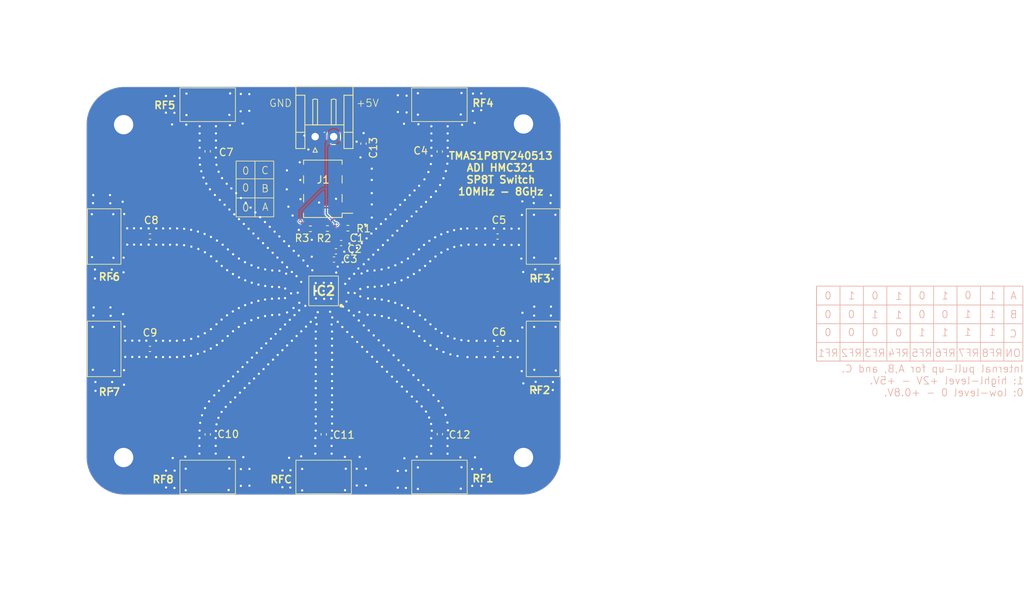
<source format=kicad_pcb>
(kicad_pcb (version 20240108) (generator "pcbnew") (generator_version "8.0")
  (layers (0 "F.Cu" signal) (31 "B.Cu" signal) (34 "B.Paste" user) (35 "F.Paste" user) (36 "B.SilkS" user "B.Silkscreen") (37 "F.SilkS" user "F.Silkscreen") (38 "B.Mask" user) (39 "F.Mask" user) (44 "Edge.Cuts" user))
  (net 0 "")
  (net 1 "/Vdd")
  (net 2 "GND")
  (net 3 "Net-(C4-Pad1)")
  (net 4 "Net-(IC2-RF4)")
  (net 5 "Net-(IC2-RF3)")
  (net 6 "Net-(C5-Pad1)")
  (net 7 "Net-(C6-Pad1)")
  (net 8 "Net-(IC2-RF2)")
  (net 9 "Net-(C7-Pad2)")
  (net 10 "Net-(IC2-RF5)")
  (net 11 "Net-(IC2-RF6)")
  (net 12 "Net-(C8-Pad2)")
  (net 13 "Net-(IC2-RF7)")
  (net 14 "Net-(C9-Pad2)")
  (net 15 "Net-(C10-Pad2)")
  (net 16 "Net-(IC2-RF8)")
  (net 17 "Net-(IC2-RFC)")
  (net 18 "Net-(C11-Pad2)")
  (net 19 "Net-(C12-Pad2)")
  (net 20 "Net-(IC2-RF1)")
  (net 21 "Net-(IC2-CTLB)")
  (net 22 "Net-(IC2-CTLC)")
  (net 23 "Net-(IC2-CTLA)")
  (footprint "MUSIC_Lab:Switch_HMC321_QFN50P400X400X90-25N-D" (layer "F.Cu") (at 144.88 95.49 180)
    (property "Reference" "IC2")
    (property "Value" "Switch_HMC322ALP4E" (hide yes))
  )
  (footprint "Capacitor_SMD:C_0402_1005Metric" (layer "F.Cu") (at 160.58 114.84 -90)
    (property "Reference" "C12")
    (property "Value" "4700 pF")
  )
  (footprint "Capacitor_SMD:C_0402_1005Metric" (layer "F.Cu") (at 121.4368 103.3278 180)
    (property "Reference" "C9")
    (property "Value" "4700 pF")
  )
  (footprint "MUSIC_Lab:via_GND" (layer "F.Cu") (at 117.88 117.9)
    (property "Reference" "U6" (hide yes))
    (property "Value" "~" (hide yes))
  )
  (footprint "Resistor_SMD:R_0402_1005Metric" (layer "F.Cu") (at 148.16 87.03 180)
    (property "Reference" "R1")
    (property "Value" "4.7K")
  )
  (footprint "Capacitor_SMD:C_0402_1005Metric" (layer "F.Cu") (at 168.37 88.1526 180)
    (property "Reference" "C5")
    (property "Value" "4700 pF")
  )
  (footprint "Capacitor_SMD:C_0402_1005Metric" (layer "F.Cu") (at 160.56 76.68 -90)
    (property "Reference" "C4")
    (property "Value" "4700 pF")
  )
  (footprint "MUSIC_Lab:SMA_Edge_step_1" (layer "F.Cu") (at 144.9934 119.7632 90)
    (property "Reference" "SMA6" (hide yes))
    (property "Value" "~" (hide yes))
  )
  (footprint "MUSIC_Lab:SMA_Edge_step_1" (layer "F.Cu") (at 173.6528 103.2128 180)
    (property "Reference" "SMA4" (hide yes))
    (property "Value" "~" (hide yes))
  )
  (footprint "Capacitor_SMD:C_0402_1005Metric" (layer "F.Cu") (at 168.37 103.3278 180)
    (property "Reference" "C6")
    (property "Value" "4700 pF")
  )
  (footprint "Capacitor_SMD:C_0402_1005Metric" (layer "F.Cu") (at 147.25 89.04)
    (property "Reference" "C1")
    (property "Value" "1uF")
  )
  (footprint "MUSIC_Lab:SMA_Edge_step_1" (layer "F.Cu") (at 116.1082 103.4428)
    (property "Reference" "SMA8" (hide yes))
    (property "Value" "~" (hide yes))
  )
  (footprint "MUSIC_Lab:SMA_Edge_step_1" (layer "F.Cu") (at 160.6404 119.7632 90)
    (property "Reference" "SMA5" (hide yes))
    (property "Value" "~" (hide yes))
  )
  (footprint "Capacitor_SMD:C_0402_1005Metric" (layer "F.Cu") (at 121.4368 88.1526 180)
    (property "Reference" "C8")
    (property "Value" "4700 pF")
  )
  (footprint "MUSIC_Lab:via_GND" (layer "F.Cu") (at 117.88 72.96)
    (property "Reference" "U8" (hide yes))
    (property "Value" "~" (hide yes))
  )
  (footprint "MUSIC_Lab:via_GND" (layer "F.Cu") (at 171.87 72.87)
    (property "Reference" "U7" (hide yes))
    (property "Value" "~" (hide yes))
  )
  (footprint "MUSIC_Lab:SMA_Edge_step_1" (layer "F.Cu") (at 160.4004 71.2226 -90)
    (property "Reference" "SMA1" (hide yes))
    (property "Value" "~" (hide yes))
  )
  (footprint "Resistor_SMD:R_0402_1005Metric" (layer "F.Cu") (at 145.4 87.07 180)
    (property "Reference" "R2")
    (property "Value" "4.7K")
  )
  (footprint "MUSIC_Lab:SMA_Edge_step_1" (layer "F.Cu") (at 173.6528 88.0376 180)
    (property "Reference" "SMA3" (hide yes))
    (property "Value" "~" (hide yes))
  )
  (footprint "MUSIC_Lab:via_GND" (layer "F.Cu") (at 171.87 117.9)
    (property "Reference" "U5" (hide yes))
    (property "Value" "~" (hide yes))
  )
  (footprint "Capacitor_SMD:C_0402_1005Metric" (layer "F.Cu") (at 129.2286 76.6572 90)
    (property "Reference" "C7")
    (property "Value" "4700 pF")
  )
  (footprint "Connector_PinHeader_2.54mm:PinHeader_2x03_P2.54mm_Vertical_SMD" (layer "F.Cu") (at 144.78 81.71 180)
    (property "Reference" "J1")
    (property "Value" "Conn_02x03_Odd_Even")
  )
  (footprint "Connector_JST:JST_EH_S2B-EH_1x02_P2.50mm_Horizontal" (layer "F.Cu") (at 143.74 74.6685)
    (property "Reference" "SMA2" (hide yes))
    (property "Value" "~")
  )
  (footprint "Capacitor_SMD:C_0402_1005Metric" (layer "F.Cu") (at 144.9 114.86 -90)
    (property "Reference" "C11")
    (property "Value" "4700 pF")
  )
  (footprint "Resistor_SMD:R_0402_1005Metric" (layer "F.Cu") (at 143.1 87.11)
    (property "Reference" "R3")
    (property "Value" "4.7K")
  )
  (footprint "Capacitor_SMD:C_0402_1005Metric" (layer "F.Cu") (at 129.232 114.87 -90)
    (property "Reference" "C10")
    (property "Value" "4700 pF")
  )
  (footprint "MUSIC_Lab:SMA_Edge_step_1" (layer "F.Cu") (at 129.3436 119.7632 90)
    (property "Reference" "SMA7" (hide yes))
    (property "Value" "~" (hide yes))
  )
  (footprint "Capacitor_SMD:C_0402_1005Metric" (layer "F.Cu") (at 150.27 75.61 90)
    (property "Reference" "C13")
    (property "Value" "1uF")
  )
  (footprint "Capacitor_SMD:C_0402_1005Metric" (layer "F.Cu") (at 146.28 91.26)
    (property "Reference" "C3")
    (property "Value" "100 pF")
  )
  (footprint "MUSIC_Lab:SMA_Edge_step_1" (layer "F.Cu") (at 129.1136 71.2226 -90)
    (property "Reference" "SMA10" (hide yes))
    (property "Value" "~" (hide yes))
  )
  (footprint "Capacitor_SMD:C_0402_1005Metric" (layer "F.Cu") (at 146.55 90.15)
    (property "Reference" "C2")
    (property "Value" "0.1uF")
  )
  (footprint "MUSIC_Lab:SMA_Edge_step_1" (layer "F.Cu") (at 116.1082 88.2676)
    (property "Reference" "SMA9" (hide yes))
    (property "Value" "~" (hide yes))
  )
  (gr_line (start 214.6 104.91) (end 214.6 94.86) (stroke (width 0.1)) (layer "B.SilkS"))
  (gr_line (start 230.398194 104.905) (end 230.398194 94.855) (stroke (width 0.1)) (layer "B.SilkS"))
  (gr_line (start 211.46 102.4525) (end 239.244026 102.4525) (stroke (width 0.1)) (layer "B.SilkS"))
  (gr_line (start 227.2375 104.92) (end 227.2375 94.87) (stroke (width 0.1)) (layer "B.SilkS"))
  (gr_rect (start 211.434026 94.86) (end 239.284026 104.97) (stroke (width 0.1)) (fill none) (layer "B.SilkS"))
  (gr_line (start 236.719582 104.98) (end 236.719582 94.87) (stroke (width 0.1)) (layer "B.SilkS"))
  (gr_line (start 211.434026 104.94) (end 211.434026 94.89) (stroke (width 0.1)) (layer "B.SilkS"))
  (gr_line (start 211.45 97.3975) (end 239.284026 97.3975) (stroke (width 0.1)) (layer "B.SilkS"))
  (gr_line (start 220.916112 104.92) (end 220.916112 94.87) (stroke (width 0.1)) (layer "B.SilkS"))
  (gr_line (start 217.755418 104.95) (end 217.755418 94.9) (stroke (width 0.1)) (layer "B.SilkS"))
  (gr_line (start 211.46 99.925) (end 239.274026 99.925) (stroke (width 0.1)) (layer "B.SilkS"))
  (gr_line (start 233.558888 104.97) (end 233.558888 94.89) (stroke (width 0.1)) (layer "B.SilkS"))
  (gr_line (start 224.076806 104.935) (end 224.076806 94.885) (stroke (width 0.1)) (layer "B.SilkS"))
  (gr_line (start 135.61 77.97) (end 135.61 85.49) (stroke (width 0.1)) (layer "F.SilkS"))
  (gr_line (start 133.12 80.36) (end 138.14 80.36) (stroke (width 0.1)) (layer "F.SilkS"))
  (gr_rect (start 133.07 77.97) (end 138.15 85.49) (stroke (width 0.1)) (fill none) (layer "F.SilkS"))
  (gr_line (start 133.08 82.94) (end 138.1 82.94) (stroke (width 0.1)) (layer "F.SilkS"))
  (gr_arc (start 117.98 122.99) (mid 114.373755 121.496245) (end 112.88 117.89) (stroke (width 0.05)) (layer "Edge.Cuts"))
  (gr_line (start 176.87 73.06) (end 176.87 117.89) (stroke (width 0.05)) (layer "Edge.Cuts"))
  (gr_arc (start 112.88 73.06) (mid 114.373755 69.453755) (end 117.98 67.96) (stroke (width 0.05)) (layer "Edge.Cuts"))
  (gr_line (start 112.88 117.89) (end 112.88 73.06) (stroke (width 0.05)) (layer "Edge.Cuts"))
  (gr_arc (start 176.87 117.89) (mid 175.376245 121.496245) (end 171.77 122.99) (stroke (width 0.05)) (layer "Edge.Cuts"))
  (gr_line (start 117.98 67.96) (end 171.77 67.96) (stroke (width 0.05)) (layer "Edge.Cuts"))
  (gr_line (start 171.77 122.99) (end 117.98 122.99) (stroke (width 0.05)) (layer "Edge.Cuts"))
  (gr_arc (start 171.77 67.96) (mid 175.376245 69.453755) (end 176.87 73.06) (stroke (width 0.05)) (layer "Edge.Cuts"))
  (gr_text "RF3" (at 220.782581 104.48 -0) (layer "B.SilkS") (effects (font (size 1 1) (thickness 0.1)) (justify left bottom mirror)))
  (gr_text "0" (at 223.06 101.74 -0) (layer "B.SilkS") (effects (font (size 1 1) (thickness 0.1)) (justify left bottom mirror)))
  (gr_text "A" (at 238.524026 96.72 -0) (layer "B.SilkS") (effects (font (size 1 1) (thickness 0.1)) (justify left bottom mirror)))
  (gr_text "0" (at 229.31 99.26 -0) (layer "B.SilkS") (effects (font (size 1 1) (thickness 0.1)) (justify left bottom mirror)))
  (gr_text "1" (at 232.4 99.21 -0) (layer "B.SilkS") (effects (font (size 1 1) (thickness 0.1)) (justify left bottom mirror)))
  (gr_text "1" (at 235.72 96.7 -0) (layer "B.SilkS") (effects (font (size 1 1) (thickness 0.1)) (justify left bottom mirror)))
  (gr_text "1" (at 235.7 99.23 -0) (layer "B.SilkS") (effects (font (size 1 1) (thickness 0.1)) (justify left bottom mirror)))
  (gr_text "Internal pull-up for A,B, and C.\n1: highl-level +2V - +5V.\n0: low-level 0 - +0.8V." (at 239.444026 109.81 0) (layer "B.SilkS") (effects (font (size 1 1) (thickness 0.1)) (justify left bottom mirror)))
  (gr_text "1" (at 219.85 99.26 -0) (layer "B.SilkS") (effects (font (size 1 1) (thickness 0.1)) (justify left bottom mirror)))
  (gr_text "RF8" (at 236.614026 104.48 -0) (layer "B.SilkS") (effects (font (size 1 1) (thickness 0.1)) (justify left bottom mirror)))
  (gr_text "C" (at 238.554026 101.87 -0) (layer "B.SilkS") (effects (font (size 1 1) (thickness 0.1)) (justify left bottom mirror)))
  (gr_text "0" (at 232.42 96.68 -0) (layer "B.SilkS") (effects (font (size 1 1) (thickness 0.1)) (justify left bottom mirror)))
  (gr_text "0" (at 216.68 99.25 -0) (layer "B.SilkS") (effects (font (size 1 1) (thickness 0.1)) (justify left bottom mirror)))
  (gr_text "RF4" (at 223.94887 104.48 -0) (layer "B.SilkS") (effects (font (size 1 1) (thickness 0.1)) (justify left bottom mirror)))
  (gr_text "RF2" (at 217.616292 104.48 -0) (layer "B.SilkS") (effects (font (size 1 1) (thickness 0.1)) (justify left bottom mirror)))
  (gr_text "1" (at 216.7 96.72 -0) (layer "B.SilkS") (effects (font (size 1 1) (thickness 0.1)) (justify left bottom mirror)))
  (gr_text "0" (at 219.85 101.69 -0) (layer "B.SilkS") (effects (font (size 1 1) (thickness 0.1)) (justify left bottom mirror)))
  (gr_text "1" (at 229.33 96.73 -0) (layer "B.SilkS") (effects (font (size 1 1) (thickness 0.1)) (justify left bottom mirror)))
  (gr_text "RF6" (at 230.281448 104.48 -0) (layer "B.SilkS") (effects (font (size 1 1) (thickness 0.1)) (justify left bottom mirror)))
  (gr_text "0" (at 226.2 99.26 -0) (layer "B.SilkS") (effects (font (size 1 1) (thickness 0.1)) (justify left bottom mirror)))
  (gr_text "RF1" (at 214.45 104.48 -0) (layer "B.SilkS") (effects (font (size 1 1) (thickness 0.1)) (justify left bottom mirror)))
  (gr_text "1" (at 232.4 101.64 -0) (layer "B.SilkS") (effects (font (size 1 1) (thickness 0.1)) (justify left bottom mirror)))
  (gr_text "0" (at 213.51 101.69 -0) (layer "B.SilkS") (effects (font (size 1 1) (thickness 0.1)) (justify left bottom mirror)))
  (gr_text "1" (at 229.31 101.69 -0) (layer "B.SilkS") (effects (font (size 1 1) (thickness 0.1)) (justify left bottom mirror)))
  (gr_text "ON" (at 239.074026 104.48 -0) (layer "B.SilkS") (effects (font (size 1 1) (thickness 0.1)) (justify left bottom mirror)))
  (gr_text "1" (at 235.7 101.66 -0) (layer "B.SilkS") (effects (font (size 1 1) (thickness 0.1)) (justify left bottom mirror)))
  (gr_text "1" (at 223.06 99.31 -0) (layer "B.SilkS") (effects (font (size 1 1) (thickness 0.1)) (justify left bottom mirror)))
  (gr_text "RF7" (at 233.447737 104.48 -0) (layer "B.SilkS") (effects (font (size 1 1) (thickness 0.1)) (justify left bottom mirror)))
  (gr_text "B" (at 238.604026 99.25 -0) (layer "B.SilkS") (effects (font (size 1 1) (thickness 0.1)) (justify left bottom mirror)))
  (gr_text "0" (at 226.22 96.73 -0) (layer "B.SilkS") (effects (font (size 1 1) (thickness 0.1)) (justify left bottom mirror)))
  (gr_text "0" (at 213.53 96.73 -0) (layer "B.SilkS") (effects (font (size 1 1) (thickness 0.1)) (justify left bottom mirror)))
  (gr_text "0" (at 213.51 99.26 -0) (layer "B.SilkS") (effects (font (size 1 1) (thickness 0.1)) (justify left bottom mirror)))
  (gr_text "1" (at 226.2 101.69 -0) (layer "B.SilkS") (effects (font (size 1 1) (thickness 0.1)) (justify left bottom mirror)))
  (gr_text "0" (at 216.68 101.68 -0) (layer "B.SilkS") (effects (font (size 1 1) (thickness 0.1)) (justify left bottom mirror)))
  (gr_text "1" (at 223.08 96.78 -0) (layer "B.SilkS") (effects (font (size 1 1) (thickness 0.1)) (justify left bottom mirror)))
  (gr_text "0" (at 219.87 96.73 -0) (layer "B.SilkS") (effects (font (size 1 1) (thickness 0.1)) (justify left bottom mirror)))
  (gr_text "RF5" (at 227.115159 104.48 -0) (layer "B.SilkS") (effects (font (size 1 1) (thickness 0.1)) (justify left bottom mirror)))
  (gr_text "0" (at 133.82 79.87 0) (layer "F.SilkS") (effects (font (size 1 1) (thickness 0.1)) (justify left bottom)))
  (gr_text "RF8" (at 121.67 121.54 0) (layer "F.SilkS") (effects (font (size 1 1) (thickness 0.2) (bold yes)) (justify left bottom)))
  (gr_text "B" (at 136.42 82.26 0) (layer "F.SilkS") (effects (font (size 1 1) (thickness 0.1)) (justify left bottom)))
  (gr_text "RF2" (at 172.51 109.48 0) (layer "F.SilkS") (effects (font (size 1 1) (thickness 0.2) (bold yes)) (justify left bottom)))
  (gr_text "RF4" (at 164.86 70.73 0) (layer "F.SilkS") (effects (font (size 1 1) (thickness 0.2) (bold yes)) (justify left bottom)))
  (gr_text "0" (at 133.82 84.85 0) (layer "F.SilkS") (effects (font (size 1 1) (thickness 0.1)) (justify left bottom)))
  (gr_text "RF6" (at 114.42 94.19 0) (layer "F.SilkS") (effects (font (size 1 1) (thickness 0.2) (bold yes)) (justify left bottom)))
  (gr_text "RFC" (at 137.59 121.54 0) (layer "F.SilkS") (effects (font (size 1 1) (thickness 0.2) (bold yes)) (justify left bottom)))
  (gr_text "RF5" (at 121.9 71.02 0) (layer "F.SilkS") (effects (font (size 1 1) (thickness 0.2) (bold yes)) (justify left bottom)))
  (gr_text "0" (at 133.81 82.16 0) (layer "F.SilkS") (effects (font (size 1 1) (thickness 0.1)) (justify left bottom)))
  (gr_text "GND" (at 137.48 70.73 0) (layer "F.SilkS") (effects (font (size 1 1) (thickness 0.1)) (justify left bottom)))
  (gr_text "RF7" (at 114.42 109.73 0) (layer "F.SilkS") (effects (font (size 1 1) (thickness 0.2) (bold yes)) (justify left bottom)))
  (gr_text "RF3" (at 172.56 94.42 0) (layer "F.SilkS") (effects (font (size 1 1) (thickness 0.2) (bold yes)) (justify left bottom)))
  (gr_text "C" (at 136.4 79.81 0) (layer "F.SilkS") (effects (font (size 1 1) (thickness 0.1)) (justify left bottom)))
  (gr_text "RF1" (at 164.86 121.41 0) (layer "F.SilkS") (effects (font (size 1 1) (thickness 0.2) (bold yes)) (justify left bottom)))
  (gr_text "A" (at 136.51 84.75 0) (layer "F.SilkS") (effects (font (size 1 1) (thickness 0.1)) (justify left bottom)))
  (gr_text "TMAS1P8TV240513\nADI HMC321\nSP8T Switch\n10MHz - 8GHz" (at 168.8 82.67 0) (layer "F.SilkS") (effects (font (size 1 1) (thickness 0.2) (bold yes)) (justify bottom)))
  (gr_text "+5V" (at 149.23 70.72 0) (layer "F.SilkS") (effects (font (size 1 1) (thickness 0.1)) (justify left bottom)))
  (segment (start 142.59 86.96) (end 141.75 86.12) (width 0.2) (layer "F.Cu") (net 1))
  (segment (start 146.07 87.07) (end 146.63 86.51) (width 0.2) (layer "F.Cu") (net 1))
  (segment (start 148.73 87.03) (end 150.52 85.24) (width 0.3) (layer "F.Cu") (net 1))
  (segment (start 145.8 90.42) (end 146.07 90.15) (width 0.3) (layer "F.Cu") (net 1))
  (segment (start 150.52 79.24) (end 148.26 76.98) (width 0.3) (layer "F.Cu") (net 1))
  (segment (start 146.77 88.993154) (end 148.67 87.093154) (width 0.3) (layer "F.Cu") (net 1))
  (segment (start 146.07 90.15) (end 146.07 89.74) (width 0.3) (layer "F.Cu") (net 1))
  (segment (start 150.52 85.24) (end 150.52 79.24) (width 0.3) (layer "F.Cu") (net 1))
  (segment (start 146.24 74.77) (end 146.24 69.15) (width 1.6) (layer "F.Cu") (net 1))
  (segment (start 146.77 89.04) (end 146.77 88.993154) (width 0.3) (layer "F.Cu") (net 1))
  (segment (start 145.91 87.07) (end 146.07 87.07) (width 0.2) (layer "F.Cu") (net 1))
  (segment (start 148.26 76.98) (end 146.24 74.96) (width 0.3) (layer "F.Cu") (net 1))
  (segment (start 145.8 91.26) (end 145.8 90.42) (width 0.3) (layer "F.Cu") (net 1))
  (segment (start 145.6284 93.4428) (end 145.6284 91.4316) (width 0.3) (layer "F.Cu") (net 1))
  (segment (start 146.07 89.74) (end 146.77 89.04) (width 0.3) (layer "F.Cu") (net 1))
  (segment (start 149.15 76.09) (end 148.26 76.98) (width 0.2) (layer "F.Cu") (net 1))
  (segment (start 148.67 87.093154) (end 148.67 87.03) (width 0.3) (layer "F.Cu") (net 1))
  (segment (start 146.24 69.15) (end 146.25 69.14) (width 1.6) (layer "F.Cu") (net 1))
  (segment (start 142.59 87.11) (end 142.59 86.96) (width 0.2) (layer "F.Cu") (net 1))
  (segment (start 148.67 87.03) (end 148.73 87.03) (width 0.3) (layer "F.Cu") (net 1))
  (segment (start 145.6284 91.4316) (end 145.8 91.26) (width 0.3) (layer "F.Cu") (net 1))
  (segment (start 150.27 76.09) (end 149.15 76.09) (width 0.2) (layer "F.Cu") (net 1))
  (via (at 146.63 86.51) (size 0.5) (drill 0.3) (layers "F.Cu" "B.Cu") (net 1))
  (via (at 141.75 86.12) (size 0.5) (drill 0.3) (layers "F.Cu" "B.Cu") (net 1))
  (segment (start 145.25 85.13) (end 145.25 81.74) (width 0.2) (layer "B.Cu") (net 1))
  (segment (start 141.75 86.12) (end 141.75 84.67) (width 0.2) (layer "B.Cu") (net 1))
  (segment (start 144.7 81.72) (end 145.23 81.72) (width 0.2) (layer "B.Cu") (net 1))
  (segment (start 141.75 84.67) (end 144.7 81.72) (width 0.2) (layer "B.Cu") (net 1))
  (segment (start 145.23 81.72) (end 145.25 81.74) (width 0.2) (layer "B.Cu") (net 1))
  (segment (start 145.25 75.95) (end 146.24 74.96) (width 0.2) (layer "B.Cu") (net 1))
  (segment (start 146.63 86.51) (end 145.25 85.13) (width 0.2) (layer "B.Cu") (net 1))
  (segment (start 145.25 81.74) (end 145.25 75.95) (width 0.2) (layer "B.Cu") (net 1))
  (via (at 140.1318 84.1248) (size 0.5) (drill 0.3) (layers "F.Cu" "B.Cu") (net 2))
  (via (at 144.8784 95.4928) (size 0.5) (drill 0.3) (layers "F.Cu" "B.Cu") (net 2))
  (via (at 132.0546 122.3772) (size 0.5) (drill 0.3) (layers "F.Cu" "B.Cu") (net 2))
  (via (at 154.524284 94.389342) (size 0.5) (drill 0.3) (layers "F.Cu" "B.Cu") (net 2))
  (via (at 142.2908 74.5236) (size 0.5) (drill 0.3) (layers "F.Cu" "B.Cu") (net 2))
  (via (at 155.402993 94.068307) (size 0.5) (drill 0.3) (layers "F.Cu" "B.Cu") (net 2))
  (via (at 135.163741 97.099633) (size 0.5) (drill 0.3) (layers "F.Cu" "B.Cu") (net 2))
  (via (at 131.793592 81.027225) (size 0.5) (drill 0.3) (layers "F.Cu" "B.Cu") (net 2))
  (via (at 135.215551 104.496414) (size 0.5) (drill 0.3) (layers "F.Cu" "B.Cu") (net 2))
  (via (at 169.260733 87.09) (size 0.5) (drill 0.3) (layers "F.Cu" "B.Cu") (net 2))
  (via (at 152.737515 96.667868) (size 0.5) (drill 0.3) (layers "F.Cu" "B.Cu") (net 2))
  (via (at 151.755516 92.734638) (size 0.5) (drill 0.3) (layers "F.Cu" "B.Cu") (net 2))
  (via (at 124.51 118.06) (size 0.5) (drill 0.3) (layers "F.Cu" "B.Cu") (net 2))
  (via (at 147.449247 91.635118) (size 0.5) (drill 0.3) (layers "F.Cu" "B.Cu") (net 2))
  (via (at 119.047266 102.2128) (size 0.5) (drill 0.3) (layers "F.Cu" "B.Cu") (net 2))
  (via (at 135.017386 84.250552) (size 0.5) (drill 0.3) (layers "F.Cu" "B.Cu") (net 2))
  (via (at 160.776181 90.319519) (size 0.5) (drill 0.3) (layers "F.Cu" "B.Cu") (net 2))
  (via (at 158.118934 111.0833) (size 0.5) (drill 0.3) (layers "F.Cu" "B.Cu") (net 2))
  (via (at 156.125438 109.090272) (size 0.5) (drill 0.3) (layers "F.Cu" "B.Cu") (net 2))
  (via (at 148.2901 98.143666) (size 0.5) (drill 0.3) (layers "F.Cu" "B.Cu") (net 2))
  (via (at 123.61 122.0306) (size 0.5) (drill 0.3) (layers "F.Cu" "B.Cu") (net 2))
  (via (at 154.828464 87.367169) (size 0.5) (drill 0.3) (layers "F.Cu" "B.Cu") (net 2))
  (via (at 128.1436 76.1622) (size 0.5) (drill 0.3) (layers "F.Cu" "B.Cu") (net 2))
  (via (at 151.331635 87.752729) (size 0.5) (drill 0.3) (layers "F.Cu" "B.Cu") (net 2))
  (via (at 136.037617 99.128233) (size 0.5) (drill 0.3) (layers "F.Cu" "B.Cu") (net 2))
  (via (at 139.9032 81.788) (size 0.5) (drill 0.3) (layers "F.Cu" "B.Cu") (net 2))
  (via (at 176.1998 91.1098) (size 0.5) (drill 0.3) (layers "F.Cu" "B.Cu") (net 2))
  (via (at 155.9814 122.0978) (size 0.5) (drill 0.3) (layers "F.Cu" "B.Cu") (net 2))
  (via (at 137.352932 89.697366) (size 0.5) (drill 0.3) (layers "F.Cu" "B.Cu") (net 2))
  (via (at 159.4304 76.1704) (size 0.5) (drill 0.3) (layers "F.Cu" "B.Cu") (net 2))
  (via (at 160.60988 81.20119) (size 0.5) (drill 0.3) (layers "F.Cu" "B.Cu") (net 2))
  (via (at 127.024354 89.518083) (size 0.5) (drill 0.3) (layers "F.Cu" "B.Cu") (net 2))
  (via (at 137.92771 94.938945) (size 0.5) (drill 0.3) (layers "F.Cu" "B.Cu") (net 2))
  (via (at 154.9 71.34) (size 0.5) (drill 0.3) (layers "F.Cu" "B.Cu") (net 2))
  (via (at 171.09 104.4428) (size 0.5) (drill 0.3) (layers "F.Cu" "B.Cu") (net 2))
  (via (at 159.130864 112.58945) (size 0.5) (drill 0.3) (layers "F.Cu" "B.Cu") (net 2))
  (via (at 124.151075 89.2612) (size 0.5) (drill 0.3) (layers "F.Cu" "B.Cu") (net 2))
  (via (at 171.85 107.98) (size 0.5) (drill 0.3) (layers "F.Cu" "B.Cu") (net 2))
  (via (at 159.376771 82.818392) (size 0.5) (drill 0.3) (layers "F.Cu" "B.Cu") (net 2))
  (via (at 149.631668 99.485234) (size 0.5) (drill 0.3) (layers "F.Cu" "B.Cu") (net 2))
  (via (at 142.508874 100.314359) (size 0.5) (drill 0.3) (layers "F.Cu" "B.Cu") (net 2))
  (via (at 131.24645 89.26003) (size 0.5) (drill 0.3) (layers "F.Cu" "B.Cu") (net 2))
  (via (at 155.73 72.93) (size 0.5) (drill 0.3) (layers "F.Cu" "B.Cu") (net 2))
  (via (at 120.2182 89.2458) (size 0.5) (drill 0.3) (layers "F.Cu" "B.Cu") (net 2))
  (via (at 149.352 119.507) (size 0.5) (drill 0.3) (layers "F.Cu" "B.Cu") (net 2))
  (via (at 161.6304 73.2715) (size 0.5) (drill 0.3) (layers "F.Cu" "B.Cu") (net 2))
  (via (at 133.436694 97.815) (size 0.5) (drill 0.3) (layers "F.Cu" "B.Cu") (net 2))
  (via (at 143.146395 99.676838) (size 0.5) (drill 0.3) (layers "F.Cu" "B.Cu") (net 2))
  (via (at 117.75 83.46) (size 0.5) (drill 0.3) (layers "F.Cu" "B.Cu") (net 2))
  (via (at 128.841501 101.210781) (size 0.5) (drill 0.3) (layers "F.Cu" "B.Cu") (net 2))
  (via (at 158.699642 111.786199) (size 0.5) (drill 0.3) (layers "F.Cu" "B.Cu") (net 2))
  (via (at 146.02 113.404512) (size 0.5) (drill 0.3) (layers "F.Cu" "B.Cu") (net 2))
  (via (at 145.96 100.03) (size 0.5) (drill 0.3) (layers "F.Cu" "B.Cu") (net 2))
  (via (at 143.82 102.89655) (size 0.5) (drill 0.3) (layers "F.Cu" "B.Cu") (net 2))
  (via (at 120.9418 102.2128) (size 0.5) (drill 0.3) (layers "F.Cu" "B.Cu") (net 2))
  (via (at 161.6304 75.2041) (size 0.5) (drill 0.3) (layers "F.Cu" "B.Cu") (net 2))
  (via (at 127.967814 89.835673) (size 0.5) (drill 0.3) (layers "F.Cu" "B.Cu") (net 2))
  (via (at 116.28 93.82) (size 0.5) (drill 0.3) (layers "F.Cu" "B.Cu") (net 2))
  (via (at 159.028866 79.445783) (size 0.5) (drill 0.3) (layers "F.Cu" "B.Cu") (net 2))
  (via (at 122.2724 104.4278) (size 0.5) (drill 0.3) (layers "F.Cu" "B.Cu") (net 2))
  (via (at 114.0206 92.6084) (size 0.5) (drill 0.3) (layers "F.Cu" "B.Cu") (net 2))
  (via (at 140.82 97.8) (size 0.5) (drill 0.3) (layers "F.Cu" "B.Cu") (net 2))
  (via (at 161.588795 78.323553) (size 0.5) (drill 0.3) (layers "F.Cu" "B.Cu") (net 2))
  (via (at 156.263559 91.12353) (size 0.5) (drill 0.3) (layers "F.Cu" "B.Cu") (net 2))
  (via (at 126.3396 73.0504) (size 0.5) (drill 0.3) (layers "F.Cu" "B.Cu") (net 2))
  (via (at 165.26 72.81) (size 0.5) (drill 0.3) (layers "F.Cu" "B.Cu") (net 2))
  (via (at 132.665467 107.046498) (size 0.5) (drill 0.3) (layers "F.Cu" "B.Cu") (net 2))
  (via (at 159.712278 109.566312) (size 0.5) (drill 0.3) (layers "F.Cu" "B.Cu") (net 2))
  (via (at 143.7634 117.47124) (size 0.5) (drill 0.3) (layers "F.Cu" "B.Cu") (net 2))
  (via (at 150.037506 89.046859) (size 0.5) (drill 0.3) (layers "F.Cu" "B.Cu") (net 2))
  (via (at 133.302988 106.408977) (size 0.5) (drill 0.3) (layers "F.Cu" "B.Cu") (net 2))
  (via (at 170.100367 104.4428) (size 0.5) (drill 0.3) (layers "F.Cu" "B.Cu") (net 2))
  (via (at 155.79 118.09) (size 0.5) (drill 0.3) (layers "F.Cu" "B.Cu") (net 2))
  (via (at 138.649992 90.994426) (size 0.5) (drill 0.3) (layers "F.Cu" "B.Cu") (net 2))
  (via (at 132.648966 100.942857) (size 0.5) (drill 0.3) (layers "F.Cu" "B.Cu") (net 2))
  (via (at 153.442303 106.407137) (size 0.5) (drill 0.3) (layers "F.Cu" "B.Cu") (net 2))
  (via (at 143.82 113.404712) (size 0.5) (drill 0.3) (layers "F.Cu" "B.Cu") (net 2))
  (via (at 157.416722 84.77891) (size 0.5) (drill 0.3) (layers "F.Cu" "B.Cu") (net 2))
  (via (at 139.321269 103.501964) (size 0.5) (drill 0.3) (layers "F.Cu" "B.Cu") (net 2))
  (via (at 130.3136 117.46632) (size 0.5) (drill 0.3) (layers "F.Cu" "B.Cu") (net 2))
  (via (at 173.3296 106.1466) (size 0.5) (drill 0.3) (layers "F.Cu" "B.Cu") (net 2))
  (via (at 161.6104 116.43432) (size 0.5) (drill 0.3) (layers "F.Cu" "B.Cu") (net 2))
  (via (at 146.02 114.36) (size 0.5) (drill 0.3) (layers "F.Cu" "B.Cu") (net 2))
  (via (at 126.2634 122.4026) (size 0.5) (drill 0.3) (layers "F.Cu" "B.Cu") (net 2))
  (via (at 125.054417 89.260869) (size 0.5) (drill 0.3) (layers "F.Cu" "B.Cu") (net 2))
  (via (at 173.32 97.62) (size 0.5) (drill 0.3) (layers "F.Cu" "B.Cu") (net 2))
  (via (at 124.151075 87.0612) (size 0.5) (drill 0.3) (layers "F.Cu" "B.Cu") (net 2))
  (via (at 161.6104 115.3896) (size 0.5) (drill 0.3) (layers "F.Cu" "B.Cu") (net 2))
  (via (at 165.32 117.97) (size 0.5) (drill 0.3) (layers "F.Cu" "B.Cu") (net 2))
  (via (at 145.8468 95.5548) (size 0.5) (drill 0.3) (layers "F.Cu" "B.Cu") (net 2))
  (via (at 139.557096 88.790262) (size 0.5) (drill 0.3) (layers "F.Cu" "B.Cu") (net 2))
  (via (at 132.164692 84.509126) (size 0.5) (drill 0.3) (layers "F.Cu" "B.Cu") (net 2))
  (via (at 133.95 72.9) (size 0.5) (drill 0.3) (layers "F.Cu" "B.Cu") (net 2))
  (via (at 164.45 89.25) (size 0.5) (drill 0.3) (layers "F.Cu" "B.Cu") (net 2))
  (via (at 157.783427 81.301404) (size 0.5) (drill 0.3) (layers "F.Cu" "B.Cu") (net 2))
  (via (at 140.6906 85.3186) (size 0.5) (drill 0.3) (layers "F.Cu" "B.Cu") (net 2))
  (via (at 157.877007 98.796713) (size 0.5) (drill 0.3) (layers "F.Cu" "B.Cu") (net 2))
  (via (at 140.49 95.83) (size 0.5) (drill 0.3) (layers "F.Cu" "B.Cu") (net 2))
  (via (at 155.861088 83.223276) (size 0.5) (drill 0.3) (layers "F.Cu" "B.Cu") (net 2))
  (via (at 159.480331 114.370002) (size 0.5) (drill 0.3) (layers "F.Cu" "B.Cu") (net 2))
  (via (at 148.096312 90.988053) (size 0.5) (drill 0.3) (layers "F.Cu" "B.Cu") (net 2))
  (via (at 121.2596 89.2556) (size 0.5) (drill 0.3) (layers "F.Cu" "B.Cu") (net 2))
  (via (at 148.076034 101.040868) (size 0.5) (drill 0.3) (layers "F.Cu" "B.Cu") (net 2))
  (via (at 175.8006 93.84) (size 0.5) (drill 0.3) (layers "F.Cu" "B.Cu") (net 2))
  (via (at 160.764929 87.858408) (size 0.5) (drill 0.3) (layers "F.Cu" "B.Cu") (net 2))
  (via (at 143.82 105.762412) (size 0.5) (drill 0.3) (layers "F.Cu" "B.Cu") (net 2))
  (via (at 159.4304 75.2041) (size 0.5) (drill 0.3) (layers "F.Cu" "B.Cu") (net 2))
  (via (at 135.496143 107.32709) (size 0.5) (drill 0.3) (layers "F.Cu" "B.Cu") (net 2))
  (via (at 154.566959 84.517405) (size 0.5) (drill 0.3) (layers "F.Cu" "B.Cu") (net 2))
  (via (at 114.0714 107.7976) (size 0.5) (drill 0.3) (layers "F.Cu" "B.Cu") (net 2))
  (via (at 139.95879 102.864443) (size 0.5) (drill 0.3) (layers "F.Cu" "B.Cu") (net 2))
  (via (at 116.1288 98.8568) (size 0.5) (drill 0.3) (layers "F.Cu" "B.Cu") (net 2))
  (via (at 155.465189 99.874556) (size 0.5) (drill 0.3) (layers "F.Cu" "B.Cu") (net 2))
  (via (at 166.15 119.56) (size 0.5) (drill 0.3) (layers "F.Cu" "B.Cu") (net 2))
  (via (at 159.988184 90.857603) (size 0.5) (drill 0.3) (layers "F.Cu" "B.Cu") (net 2))
  (via (at 119.994533 104.4128) (size 0.5) (drill 0.3) (layers "F.Cu" "B.Cu") (net 2))
  (via (at 116.6114 106.2482) (size 0.5) (drill 0.3) (layers "F.Cu" "B.Cu") (net 2))
  (via (at 137.909703 96.550057) (size 0.5) (drill 0.3) (layers "F.Cu" "B.Cu") (net 2))
  (via (at 150.874094 96.515931) (size 0.5) (drill 0.3) (layers "F.Cu" "B.Cu") (net 2))
  (via (at 138.260036 87.493202) (size 0.5) (drill 0.3) (layers "F.Cu" "B.Cu") (net 2))
  (via (at 155.433359 97.427862) (size 0.5) (drill 0.3) (layers "F.Cu" "B.Cu") (net 2))
  (via (at 137.611506 86.844672) (size 0.5) (drill 0.3) (layers "F.Cu" "B.Cu") (net 2))
  (via (at 143.82 106.7177) (size 0.5) (drill 0.3) (layers "F.Cu" "B.Cu") (net 2))
  (via (at 150.843704 94.980268) (size 0.5) (drill 0.3) (layers "F.Cu" "B.Cu") (net 2))
  (via (at 166.15 121.8206) (size 0.5) (drill 0.3) (layers "F.Cu" "B.Cu") (net 2))
  (via (at 132.2324 73.1266) (size 0.5) (drill 0.3) (layers "F.Cu" "B.Cu") (net 2))
  (via (at 159.35323 78.370803) (size 0.5) (drill 0.3) (layers "F.Cu" "B.Cu") (net 2))
  (via (at 141.859 117.8306) (size 0.5) (drill 0.3) (layers "F.Cu" "B.Cu") (net 2))
  (via (at 141.5288 87.249) (size 0.5) (drill 0.3) (layers "F.Cu" "B.Cu") (net 2))
  (via (at 159.163814 88.735975) (size 0.5) (drill 0.3) (layers "F.Cu" "B.Cu") (net 2))
  (via (at 149.390441 89.693923) (size 0.5) (drill 0.3) (layers "F.Cu" "B.Cu") (net 2))
  (via (at 118.367333 87.0458) (size 0.5) (drill 0.3) (layers "F.Cu" "B.Cu") (net 2))
  (via (at 175.5648 98.8314) (size 0.5) (drill 0.3) (layers "F.Cu" "B.Cu") (net 2))
  (via (at 161.6304 74.2378) (size 0.5) (drill 0.3) (layers "F.Cu" "B.Cu") (net 2))
  (via (at 134.858622 107.964611) (size 0.5) (drill 0.3) (layers "F.Cu" "B.Cu") (net 2))
  (via (at 136.962976 86.196142) (size 0.5) (drill 0.3) (layers "F.Cu" "B.Cu") (net 2))
  (via (at 161.659669 77.306998) (size 0.5) (drill 0.3) (layers "F.Cu" "B.Cu") (net 2))
  (via (at 138.844304 96.50873) (size 0.5) (drill 0.3) (layers "F.Cu" "B.Cu") (net 2))
  (via (at 128.1436 75.197266) (size 0.5) (drill 0.3) (layers "F.Cu" "B.Cu") (net 2))
  (via (at 150.789696 92.780932) (size 0.5) (drill 0.3) (layers "F.Cu" "B.Cu") (net 2))
  (via (at 131.516162 83.860596) (size 0.5) (drill 0.3) (layers "F.Cu" "B.Cu") (net 2))
  (via (at 130.329669 77.493003) (size 0.5) (drill 0.3) (layers "F.Cu" "B.Cu") (net 2))
  (via (at 116.1 97.73) (size 0.5) (drill 0.3) (layers "F.Cu" "B.Cu") (net 2))
  (via (at 146.02 110.53805) (size 0.5) (drill 0.3) (layers "F.Cu" "B.Cu") (net 2))
  (via (at 123.59 71.43) (size 0.5) (drill 0.3) (layers "F.Cu" "B.Cu") (net 2))
  (via (at 126.2126 117.8814) (size 0.5) (drill 0.3) (layers "F.Cu" "B.Cu") (net 2))
  (via (at 138.403156 101.308809) (size 0.5) (drill 0.3) (layers "F.Cu" "B.Cu") (net 2))
  (via (at 139.6746 96.4692) (size 0.5) (drill 0.3) (layers "F.Cu" "B.Cu") (net 2))
  (via (at 146.02 102.89415) (size 0.5) (drill 0.3) (layers "F.Cu" "B.Cu") (net 2))
  (via (at 171.6278 106.3244) (size 0.5) (drill 0.3) (layers "F.Cu" "B.Cu") (net 2))
  (via (at 171.6532 85.2424) (size 0.5) (drill 0.3) (layers "F.Cu" "B.Cu") (net 2))
  (via (at 143.82 103.851837) (size 0.5) (drill 0.3) (layers "F.Cu" "B.Cu") (net 2))
  (via (at 162.957785 104.287197) (size 0.5) (drill 0.3) (layers "F.Cu" "B.Cu") (net 2))
  (via (at 151.9787 87.105664) (size 0.5) (drill 0.3) (layers "F.Cu" "B.Cu") (net 2))
  (via (at 141.233832 101.589401) (size 0.5) (drill 0.3) (layers "F.Cu" "B.Cu") (net 2))
  (via (at 135.127068 99.453505) (size 0.5) (drill 0.3) (layers "F.Cu" "B.Cu") (net 2))
  (via (at 153.27283 85.811535) (size 0.5) (drill 0.3) (layers "F.Cu" "B.Cu") (net 2))
  (via (at 171.24 87.09) (size 0.5) (drill 0.3) (layers "F.Cu" "B.Cu") (net 2))
  (via (at 141.6558 78.1304) (size 0.5) (drill 0.3) (layers "F.Cu" "B.Cu") (net 2))
  (via (at 146.558 83.058) (size 0.5) (drill 0.3) (layers "F.Cu" "B.Cu") (net 2))
  (via (at 129.650198 103.280548) (size 0.5) (drill 0.3) (layers "F.Cu" "B.Cu") (net 2))
  (via (at 163.42 87.12) (size 0.5) (drill 0.3) (layers "F.Cu" "B.Cu") (net 2))
  (via (at 151.778309 94.938935) (size 0.5) (drill 0.3) (layers "F.Cu" "B.Cu") (net 2))
  (via (at 117.93 108.16) (size 0.5) (drill 0.3) (layers "F.Cu" "B.Cu") (net 2))
  (via (at 155.668721 105.522287) (size 0.5) (drill 0.3) (layers "F.Cu" "B.Cu") (net 2))
  (via (at 161.344794 112.242451) (size 0.5) (drill 0.3) (layers "F.Cu" "B.Cu") (net 2))
  (via (at 126.2634 119.507) (size 0.5) (drill 0.3) (layers "F.Cu" "B.Cu") (net 2))
  (via (at 126.365 68.8594) (size 0.5) (drill 0.3) (layers "F.Cu" "B.Cu") (net 2))
  (via (at 135.853072 103.858893) (size 0.5) (drill 0.3) (layers "F.Cu" "B.Cu") (net 2))
  (via (at 135.181757 94.38938) (size 0.5) (drill 0.3) (layers "F.Cu" "B.Cu") (net 2))
  (via (at 113.8394 97.73) (size 0.5) (drill 0.3) (layers "F.Cu" "B.Cu") (net 2))
  (via (at 143.2814 90.8812) (size 0.5) (drill 0.3) (layers "F.Cu" "B.Cu") (net 2))
  (via (at 151.384 78.994) (size 0.5) (drill 0.3) (layers "F.Cu" "B.Cu") (net 2))
  (via (at 132.2578 68.834) (size 0.5) (drill 0.3) (layers "F.Cu" "B.Cu") (net 2))
  (via (at 153.650399 92.360748) (size 0.5) (drill 0.3) (layers "F.Cu" "B.Cu") (net 2))
  (via (at 135.407342 87.751776) (size 0.5) (drill 0.3) (layers "F.Cu" "B.Cu") (net 2))
  (via (at 151.384 80.518) (size 0.5) (drill 0.3) (layers "F.Cu" "B.Cu") (net 2))
  (via (at 130.3436 74.232333) (size 0.5) (drill 0.3) (layers "F.Cu" "B.Cu") (net 2))
  (via (at 175.5606 82.58) (size 0.5) (drill 0.3) (layers "F.Cu" "B.Cu") (net 2))
  (via (at 116.04 82.56) (size 0.5) (drill 0.3) (layers "F.Cu" "B.Cu") (net 2))
  (via (at 113.7412 83.6422) (size 0.5) (drill 0.3) (layers "F.Cu" "B.Cu") (net 2))
  (via (at 113.6904 100.3554) (size 0.5) (drill 0.3) (layers "F.Cu" "B.Cu") (net 2))
  (via (at 139.9286 79.2226) (size 0.5) (drill 0.3) (layers "F.Cu" "B.Cu") (net 2))
  (via (at 154.327153 104.180719) (size 0.5) (drill 0.3) (layers "F.Cu" "B.Cu") (net 2))
  (via (at 131.228426 102.228993) (size 0.5) (drill 0.3) (layers "F.Cu" "B.Cu") (net 2))
  (via (at 133.424479 100.365431) (size 0.5) (drill 0.3) (layers "F.Cu" "B.Cu") (net 2))
  (via (at 128.2191 113.309765) (size 0.5) (drill 0.3) (layers "F.Cu" "B.Cu") (net 2))
  (via (at 173.3042 98.8314) (size 0.5) (drill 0.3) (layers "F.Cu" "B.Cu") (net 2))
  (via (at 141.605 97.1042) (size 0.5) (drill 0.3) (layers "F.Cu" "B.Cu") (net 2))
  (via (at 131.841388 98.789518) (size 0.5) (drill 0.3) (layers "F.Cu" "B.Cu") (net 2))
  (via (at 118.367333 89.2458) (size 0.5) (drill 0.3) (layers "F.Cu" "B.Cu") (net 2))
  (via (at 166.16 68.8394) (size 0.5) (drill 0.3) (layers "F.Cu" "B.Cu") (net 2))
  (via (at 144.907 94.3864) (size 0.5) (drill 0.3) (layers "F.Cu" "B.Cu") (net 2))
  (via (at 169.110734 104.4428) (size 0.5) (drill 0.3) (layers "F.Cu" "B.Cu") (net 2))
  (via (at 116.078 83.6676) (size 0.5) (drill 0.3) (layers "F.Cu" "B.Cu") (net 2))
  (via (at 167.885071 104.432729) (size 0.5) (drill 0.3) (layers "F.Cu" "B.Cu") (net 2))
  (via (at 130.331668 114.411887) (size 0.5) (drill 0.3) (layers "F.Cu" "B.Cu") (net 2))
  (via (at 160.393171 110.370108) (size 0.5) (drill 0.3) (layers "F.Cu" "B.Cu") (net 2))
  (via (at 140.205626 89.438792) (size 0.5) (drill 0.3) (layers "F.Cu" "B.Cu") (net 2))
  (via (at 146.05 99.08) (size 0.5) (drill 0.3) (layers "F.Cu" "B.Cu") (net 2))
  (via (at 163.485101 102.142776) (size 0.5) (drill 0.3) (layers "F.Cu" "B.Cu") (net 2))
  (via (at 146.02 103.849637) (size 0.5) (drill 0.3) (layers "F.Cu" "B.Cu") (net 2))
  (via (at 163.3982 122.1994) (size 0.5) (drill 0.3) (layers "F.Cu" "B.Cu") (net 2))
  (via (at 150.299011 91.896622) (size 0.5) (drill 0.3) (layers "F.Cu" "B.Cu") (net 2))
  (via (at 123.220737 87.0612) (size 0.5) (drill 0.3) (layers "F.Cu" "B.Cu") (net 2))
  (via (at 154.591331 99.460704) (size 0.5) (drill 0.3) (layers "F.Cu" "B.Cu") (net 2))
  (via (at 140.4112 119.7102) (size 0.5) (drill 0.3) (layers "F.Cu" "B.Cu") (net 2))
  (via (at 134.57803 105.133935) (size 0.5) (drill 0.3) (layers "F.Cu" "B.Cu") (net 2))
  (via (at 128.1136 116.41736) (size 0.5) (drill 0.3) (layers "F.Cu" "B.Cu") (net 2))
  (via (at 119.292766 89.2458) (size 0.5) (drill 0.3) (layers "F.Cu" "B.Cu") (net 2))
  (via (at 152.240205 89.955428) (size 0.5) (drill 0.3) (layers "F.Cu" "B.Cu") (net 2))
  (via (at 150.58 121.7606) (size 0.5) (drill 0.3) (layers "F.Cu" "B.Cu") (net 2))
  (via (at 173.4566 92.583) (size 0.5) (drill 0.3) (layers "F.Cu" "B.Cu") (net 2))
  (via (at 132.946059 109.877174) (size 0.5) (drill 0.3) (layers "F.Cu" "B.Cu") (net 2))
  (via (at 159.31579 102.838775) (size 0.5) (drill 0.3) (layers "F.Cu" "B.Cu") (net 2))
  (via (at 117.9322 106.1974) (size 0.5) (drill 0.3) (layers "F.Cu" "B.Cu") (net 2))
  (via (at 128.1136 115.3684) (size 0.5) (drill 0.3) (layers "F.Cu" "B.Cu") (net 2))
  (via (at 130.752904 108.959061) (size 0.5) (drill 0.3) (layers "F.Cu" "B.Cu") (net 2))
  (via (at 143.3576 92.71) (size 0.5) (drill 0.3) (layers "F.Cu" "B.Cu") (net 2))
  (via (at 156.796221 109.761055) (size 0.5) (drill 0.3) (layers "F.Cu" "B.Cu") (net 2))
  (via (at 143.82 108.628275) (size 0.5) (drill 0.3) (layers "F.Cu" "B.Cu") (net 2))
  (via (at 120.9418 104.4128) (size 0.5) (drill 0.3) (layers "F.Cu" "B.Cu") (net 2))
  (via (at 127.00637 101.970918) (size 0.5) (drill 0.3) (layers "F.Cu" "B.Cu") (net 2))
  (via (at 135.665916 84.899082) (size 0.5) (drill 0.3) (layers "F.Cu" "B.Cu") (net 2))
  (via (at 157.607 119.3292) (size 0.5) (drill 0.3) (layers "F.Cu" "B.Cu") (net 2))
  (via (at 152.100736 105.06557) (size 0.5) (drill 0.3) (layers "F.Cu" "B.Cu") (net 2))
  (via (at 113.792 98.8314) (size 0.5) (drill 0.3) (layers "F.Cu" "B.Cu") (net 2))
  (via (at 130.3136 116.41736) (size 0.5) (drill 0.3) (layers "F.Cu" "B.Cu") (net 2))
  (via (at 137.950485 92.734648) (size 0.5) (drill 0.3) (layers "F.Cu" "B.Cu") (net 2))
  (via (at 138.001462 90.345896) (size 0.5) (drill 0.3) (layers "F.Cu" "B.Cu") (net 2))
  (via (at 122.2724 102.2278) (size 0.5) (drill 0.3) (layers "F.Cu" "B.Cu") (net 2))
  (via (at 150.58 119.5) (size 0.5) (drill 0.3) (layers "F.Cu" "B.Cu") (net 2))
  (via (at 152.985586 102.839152) (size 0.5) (drill 0.3) (layers "F.Cu" "B.Cu") (net 2))
  (via (at 163.576 73.0758) (size 0.5) (drill 0.3) (layers "F.Cu" "B.Cu") (net 2))
  (via (at 147.6756 90.1954) (size 0.5) (drill 0.3) (layers "F.Cu" "B.Cu") (net 2))
  (via (at 139.040677 100.671288) (size 0.5) (drill 0.3) (layers "F.Cu" "B.Cu") (net 2))
  (via (at 155.454654 108.419488) (size 0.5) (drill 0.3) (layers "F.Cu" "B.Cu") (net 2))
  (via (at 134.285036 97.420665) (size 0.5) (drill 0.3) (layers "F.Cu" "B.Cu") (net 2))
  (via (at 136.133664 106.689569) (size 0.5) (drill 0.3) (layers "F.Cu" "B.Cu") (net 2))
  (via (at 131.859413 92.699507) (size 0.5) (drill 0.3) (layers "F.Cu" "B.Cu") (net 2))
  (via (at 147.8788 119.507) (size 0.5) (drill 0.3) (layers "F.Cu" "B.Cu") (net 2))
  (via (at 156.083 69.1388) (size 0.5) (drill 0.3) (layers "F.Cu" "B.Cu") (net 2))
  (via (at 117.9576 85.1154) (size 0.5) (drill 0.3) (layers "F.Cu" "B.Cu") (net 2))
  (via (at 134.110282 86.454716) (size 0.5) (drill 0.3) (layers "F.Cu" "B.Cu") (net 2))
  (via (at 156.281701 97.822195) (size 0.5) (drill 0.3) (layers "F.Cu" "B.Cu") (net 2))
  (via (at 167.879185 89.263415) (size 0.5) (drill 0.3) (layers "F.Cu" "B.Cu") (net 2))
  (via (at 165.520813 87.063415) (size 0.5) (drill 0.3) (layers "F.Cu" "B.Cu") (net 2))
  (via (at 170.250366 87.09) (size 0.5) (drill 0.3) (layers "F.Cu" "B.Cu") (net 2))
  (via (at 138.683748 104.139485) (size 0.5) (drill 0.3) (layers "F.Cu" "B.Cu") (net 2))
  (via (at 159.4104 115.3896) (size 0.5) (drill 0.3) (layers "F.Cu" "B.Cu") (net 2))
  (via (at 149.352 121.7676) (size 0.5) (drill 0.3) (layers "F.Cu" "B.Cu") (net 2))
  (via (at 133.7056 119.5578) (size 0.5) (drill 0.3) (layers "F.Cu" "B.Cu") (net 2))
  (via (at 160.806557 101.176631) (size 0.5) (drill 0.3) (layers "F.Cu" "B.Cu") (net 2))
  (via (at 146.78 92.22) (size 0.5) (drill 0.3) (layers "F.Cu" "B.Cu") (net 2))
  (via (at 130.3436 73.2674) (size 0.5) (drill 0.3) (layers "F.Cu" "B.Cu") (net 2))
  (via (at 134.85 71.19) (size 0.5) (drill 0.3) (layers "F.Cu" "B.Cu") (net 2))
  (via (at 157.068438 93.21863) (size 0.5) (drill 0.3) (layers "F.Cu" "B.Cu") (net 2))
  (via (at 160.045469 82.049464) (size 0.5) (drill 0.3) (layers "F.Cu" "B.Cu") (net 2))
  (via (at 132.1054 117.9576) (size 0.5) (drill 0.3) (layers "F.Cu" "B.Cu") (net 2))
  (via (at 159.943802 88.259666) (size 0.5) (drill 0.3) (layers "F.Cu" "B.Cu") (net 2))
  (via (at 118.1 104.4128) (size 0.5) (drill 0.3) (layers "F.Cu" "B.Cu") (net 2))
  (via (at 140.95324 98.758725) (size 0.5) (drill 0.3) (layers "F.Cu" "B.Cu") (net 2))
  (via (at 143.82 107.672987) (size 0.5) (drill 0.3) (layers "F.Cu" "B.Cu") (net 2))
  (via (at 132.027946 107.684019) (size 0.5) (drill 0.3) (layers "F.Cu" "B.Cu") (net 2))
  (via (at 156.339504 106.19307) (size 0.5) (drill 0.3) (layers "F.Cu" "B.Cu") (net 2))
  (via (at 139.678198 100.033767) (size 0.5) (drill 0.3) (layers "F.Cu" "B.Cu") (net 2))
  (via (at 166.714076 102.232729) (size 0.5) (drill 0.3) (layers "F.Cu" "B.Cu") (net 2))
  (via (at 157.467005 110.431839) (size 0.5) (drill 0.3) (layers "F.Cu" "B.Cu") (net 2))
  (via (at 171.83 92.94) (size 0.5) (drill 0.3) (layers "F.Cu" "B.Cu") (net 2))
  (via (at 160.941713 111.269332) (size 0.5) (drill 0.3) (layers "F.Cu" "B.Cu") (net 2))
  (via (at 149.8346 95.2246) (size 0.5) (drill 0.3) (layers "F.Cu" "B.Cu") (net 2))
  (via (at 171.577 91.1352) (size 0.5) (drill 0.3) (layers "F.Cu" "B.Cu") (net 2))
  (via (at 160.018542 100.638543) (size 0.5) (drill 0.3) (layers "F.Cu" "B.Cu") (net 2))
  (via (at 143.82 110.53885) (size 0.5) (drill 0.3) (layers "F.Cu" "B.Cu") (net 2))
  (via (at 138.046227 104.777006) (size 0.5) (drill 0.3) (layers "F.Cu" "B.Cu") (net 2))
  (via (at 129.416744 110.418397) (size 0.5) (drill 0.3) (layers "F.Cu" "B.Cu") (net 2))
  (via (at 116.332 107.7976) (size 0.5) (drill 0.3) (layers "F.Cu" "B.Cu") (net 2))
  (via (at 128.130331 77.546997) (size 0.5) (drill 0.3) (layers "F.Cu" "B.Cu") (net 2))
  (via (at 146.02 111.493537) (size 0.5) (drill 0.3) (layers "F.Cu" "B.Cu") (net 2))
  (via (at 154.560956 92.035469) (size 0.5) (drill 0.3) (layers "F.Cu" "B.Cu") (net 2))
  (via (at 125.063454 102.2278) (size 0.5) (drill 0.3) (layers "F.Cu" "B.Cu") (net 2))
  (via (at 165.520813 89.263415) (size 0.5) (drill 0.3) (layers "F.Cu" "B.Cu") (net 2))
  (via (at 173.56 108.88) (size 0.5) (drill 0.3) (layers "F.Cu" "B.Cu") (net 2))
  (via (at 132.637621 93.218691) (size 0.5) (drill 0.3) (layers "F.Cu" "B.Cu") (net 2))
  (via (at 161.063591 103.746781) (size 0.5) (drill 0.3) (layers "F.Cu" "B.Cu") (net 2))
  (via (at 142.4178 97.5106) (size 0.5) (drill 0.3) (layers "F.Cu" "B.Cu") (net 2))
  (via (at 163.3982 71.6788) (size 0.5) (drill 0.3) (layers "F.Cu" "B.Cu") (net 2))
  (via (at 136.975809 98.894421) (size 0.5) (drill 0.3) (layers "F.Cu" "B.Cu") (net 2))
  (via (at 153.534334 88.661298) (size 0.5) (drill 0.3) (layers "F.Cu" "B.Cu") (net 2))
  (via (at 151.808694 96.557257) (size 0.5) (drill 0.3) (layers "F.Cu" "B.Cu") (net 2))
  (via (at 159.393929 113.462354) (size 0.5) (drill 0.3) (layers "F.Cu" "B.Cu") (net 2))
  (via (at 130.115383 109.596582) (size 0.5) (drill 0.3) (layers "F.Cu" "B.Cu") (net 2))
  (via (at 157.681072 107.534638) (size 0.5) (drill 0.3) (layers "F.Cu" "B.Cu") (net 2))
  (via (at 147.97 96.93) (size 0.5) (drill 0.3) (layers "F.Cu" "B.Cu") (net 2))
  (via (at 134.758812 87.103246) (size 0.5) (drill 0.3) (layers "F.Cu" "B.Cu") (net 2))
  (via (at 142.151217 91.384383) (size 0.5) (drill 0.3) (layers "F.Cu" "B.Cu") (net 2))
  (via (at 156.769658 85.425975) (size 0.5) (drill 0.3) (layers "F.Cu" "B.Cu") (net 2))
  (via (at 149.86 77.47) (size 0.5) (drill 0.3) (layers "F.Cu" "B.Cu") (net 2))
  (via (at 140.3858 122.047) (size 0.5) (drill 0.3) (layers "F.Cu" "B.Cu") (net 2))
  (via (at 138.916292 92.780931) (size 0.5) (drill 0.3) (layers "F.Cu" "B.Cu") (net 2))
  (via (at 157.607 71.7042) (size 0.5) (drill 0.3) (layers "F.Cu" "B.Cu") (net 2))
  (via (at 146.02 105.760612) (size 0.5) (drill 0.3) (layers "F.Cu" "B.Cu") (net 2))
  (via (at 145.9634 117.47124) (size 0.5) (drill 0.3) (layers "F.Cu" "B.Cu") (net 2))
  (via (at 150.684571 88.399794) (size 0.5) (drill 0.3) (layers "F.Cu" "B.Cu") (net 2))
  (via (at 159.022639 108.876205) (size 0.5) (drill 0.3) (layers "F.Cu" "B.Cu") (net 2))
  (via (at 166.16 71.1) (size 0.5) (drill 0.3) (layers "F.Cu" "B.Cu") (net 2))
  (via (at 133.071796 82.304962) (size 0.5) (drill 0.3) (layers "F.Cu" "B.Cu") (net 2))
  (via (at 157.607 68.8086) (size 0.5) (drill 0.3) (layers "F.Cu" "B.Cu") (net 2))
  (via (at 124.7394 122.0978) (size 0.5) (drill 0.3) (layers "F.Cu" "B.Cu") (net 2))
  (via (at 158.519019 102.25782) (size 0.5) (drill 0.3) (layers "F.Cu" "B.Cu") (net 2))
  (via (at 123.61 119.77) (size 0.5) (drill 0.3) (layers "F.Cu" "B.Cu") (net 2))
  (via (at 113.6142 90.932) (size 0.5) (drill 0.3) (layers "F.Cu" "B.Cu") (net 2))
  (via (at 131.951334 89.895968) (size 0.5) (drill 0.3) (layers "F.Cu" "B.Cu") (net 2))
  (via (at 145.76 98.31) (size 0.5) (drill 0.3) (layers "F.Cu" "B.Cu") (net 2))
  (via (at 134.303054 94.068351) (size 0.5) (drill 0.3) (layers "F.Cu" "B.Cu") (net 2))
  (via (at 148.357817 93.837817) (size 0.5) (drill 0.3) (layers "F.Cu" "B.Cu") (net 2))
  (via (at 148.960884 98.81445) (size 0.5) (drill 0.3) (layers "F.Cu" "B.Cu") (net 2))
  (via (at 166.714076 104.432729) (size 0.5) (drill 0.3) (layers "F.Cu" "B.Cu") (net 2))
  (via (at 137.128114 102.583851) (size 0.5) (drill 0.3) (layers "F.Cu" "B.Cu") (net 2))
  (via (at 156.508153 82.576211) (size 0.5) (drill 0.3) (layers "F.Cu" "B.Cu") (net 2))
  (via (at 147.40525 100.370084) (size 0.5) (drill 0.3) (layers "F.Cu" "B.Cu") (net 2))
  (via (at 150.495 86.5378) (size 0.5) (drill 0.3) (layers "F.Cu" "B.Cu") (net 2))
  (via (at 145.9634 116.42392) (size 0.5) (drill 0.3) (layers "F.Cu" "B.Cu") (net 2))
  (via (at 128.466669 112.287702) (size 0.5) (drill 0.3) (layers "F.Cu" "B.Cu") (net 2))
  (via (at 157.754748 89.895887) (size 0.5) (drill 0.3) (layers "F.Cu" "B.Cu") (net 2))
  (via (at 151.429952 104.394786) (size 0.5) (drill 0.3) (layers "F.Cu" "B.Cu") (net 2))
  (via (at 143.8402 95.504) (size 0.5) (drill 0.3) (layers "F.Cu" "B.Cu") (net 2))
  (via (at 152.887269 89.308363) (size 0.5) (drill 0.3) (layers "F.Cu" "B.Cu") (net 2))
  (via (at 141.871353 100.95188) (size 0.5) (drill 0.3) (layers "F.Cu" "B.Cu") (net 2))
  (via (at 114.0794 108.99) (size 0.5) (drill 0.3) (layers "F.Cu" "B.Cu") (net 2))
  (via (at 130.434344 91.48931) (size 0.5) (drill 0.3) (layers "F.Cu" "B.Cu") (net 2))
  (via (at 128.192562 78.450603) (size 0.5) (drill 0.3) (layers "F.Cu" "B.Cu") (net 2))
  (via (at 150.302451 100.156017) (size 0.5) (drill 0.3) (layers "F.Cu" "B.Cu") (net 2))
  (via (at 162.553832 101.93482) (size 0.5) (drill 0.3) (layers "F.Cu" "B.Cu") (net 2))
  (via (at 175.5806 97.62) (size 0.5) (drill 0.3) (layers "F.Cu" "B.Cu") (net 2))
  (via (at 120.2182 87.0458) (size 0.5) (drill 0.3) (layers "F.Cu" "B.Cu") (net 2))
  (via (at 164.9476 121.8184) (size 0.5) (drill 0.3) (layers "F.Cu" "B.Cu") (net 2))
  (via (at 153.624538 94.645154) (size 0.5) (drill 0.3) (layers "F.Cu" "B.Cu") (net 2))
  (via (at 143.82 100.985975) (size 0.5) (drill 0.3) (layers "F.Cu" "B.Cu") (net 2))
  (via (at 133.7056 68.9102) (size 0.5) (drill 0.3) (layers "F.Cu" "B.Cu") (net 2))
  (via (at 123.202751 102.2278) (size 0.5) (drill 0.3) (layers "F.Cu" "B.Cu") (net 2))
  (via (at 161.997031 104.064694) (size 0.5) (drill 0.3) (layers "F.Cu" "B.Cu") (net 2))
  (via (at 139.32 119.74) (size 0.5) (drill 0.3) (layers "F.Cu" "B.Cu") (net 2))
  (via (at 116.2812 92.6084) (size 0.5) (drill 0.3) (layers "F.Cu" "B.Cu") (net 2))
  (via (at 146.02 109.582562) (size 0.5) (drill 0.3) (layers "F.Cu" "B.Cu") (net 2))
  (via (at 117.81 98.63) (size 0.5) (drill 0.3) (layers "F.Cu" "B.Cu") (net 2))
  (via (at 147.51 97.62) (size 0.5) (drill 0.3) (layers "F.Cu" "B.Cu") (net 2))
  (via (at 133.720326 82.953492) (size 0.5) (drill 0.3) (layers "F.Cu" "B.Cu") (net 2))
  (via (at 126.056513 87.110285) (size 0.5) (drill 0.3) (layers "F.Cu" "B.Cu") (net 2))
  (via (at 146.02 107.671587) (size 0.5) (drill 0.3) (layers "F.Cu" "B.Cu") (net 2))
  (via (at 121.2596 87.0556) (size 0.5) (drill 0.3) (layers "F.Cu" "B.Cu") (net 2))
  (via (at 119.292766 87.0458) (size 0.5) (drill 0.3) (layers "F.Cu" "B.Cu") (net 2))
  (via (at 157.6832 72.9996) (size 0.5) (drill 0.3) (layers "F.Cu" "B.Cu") (net 2))
  (via (at 126.995375 87.251121) (size 0.5) (drill 0.3) (layers "F.Cu" "B.Cu") (net 2))
  (via (at 131.933306 101.593061) (size 0.5) (drill 0.3) (layers "F.Cu" "B.Cu") (net 2))
  (via (at 140.596311 102.226922) (size 0.5) (drill 0.3) (layers "F.Cu" "B.Cu") (net 2))
  (via (at 142.8242 76.4032) (size 0.5) (drill 0.3) (layers "F.Cu" "B.Cu") (net 2))
  (via (at 157.846652 92.69944) (size 0.5) (drill 0.3) (layers "F.Cu" "B.Cu") (net 2))
  (via (at 139.947052 92.291486) (size 0.5) (drill 0.3) (layers "F.Cu" "B.Cu") (net 2))
  (via (at 116.5098 91.0336) (size 0.5) (drill 0.3) (layers "F.Cu" "B.Cu") (net 2))
  (via (at 154.9 69.0794) (size 0.5) (drill 0.3) (layers "F.Cu" "B.Cu") (net 2))
  (via (at 161.592761 113.266177) (size 0.5) (drill 0.3) (layers "F.Cu" "B.Cu") (net 2))
  (via (at 151.384 82.296) (size 0.5) (drill 0.3) (layers "F.Cu" "B.Cu") (net 2))
  (via (at 151.644019 101.497585) (size 0.5) (drill 0.3) (layers "F.Cu" "B.Cu") (net 2))
  (via (at 160.166837 103.336763) (size 0.5) (drill 0.3) (layers "F.Cu" "B.Cu") (net 2))
  (via (at 149.3012 87.8586) (size 0.5) (drill 0.3) (layers "F.Cu" "B.Cu") (net 2))
  (via (at 143.82 109.583562) (size 0.5) (drill 0.3) (layers "F.Cu" "B.Cu") (net 2))
  (via (at 119.994533 102.2128) (size 0.5) (drill 0.3) (layers "F.Cu" "B.Cu") (net 2))
  (via (at 136.063483 96.843827) (size 0.5) (drill 0.3) (layers "F.Cu" "B.Cu") (net 2))
  (via (at 150.820106 98.715269) (size 0.5) (drill 0.3) (layers "F.Cu" "B.Cu") (net 2))
  (via (at 175.514 83.6422) (size 0.5) (drill 0.3) (layers "F.Cu" "B.Cu") (net 2))
  (via (at 154.89 122.0606) (size 0.5) (drill 0.3) (layers "F.Cu" "B.Cu") (net 2))
  (via (at 124.7394 71.4502) (size 0.5) (drill 0.3) (layers "F.Cu" "B.Cu") (net 2))
  (via (at 144.9578 96.5708) (size 0.5) (drill 0.3) (layers "F.Cu" "B.Cu") (net 2))
  (via (at 119.047266 104.4128) (size 0.5) (drill 0.3) (layers "F.Cu" "B.Cu") (net 2))
  (via (at 144.272 83.566) (size 0.5) (drill 0.3) (layers "F.Cu" "B.Cu") (net 2))
  (via (at 129.046651 81.014376) (size 0.5) (drill 0.3) (layers "F.Cu" "B.Cu") (net 2))
  (via (at 161.619992 87.535721) (size 0.5) (drill 0.3) (layers "F.Cu" "B.Cu") (net 2))
  (via (at 146.02 108.627075) (size 0.5) (drill 0.3) (layers "F.Cu" "B.Cu") (net 2))
  (via (at 158.710852 83.48478) (size 0.5) (drill 0.3) (layers "F.Cu" "B.Cu") (net 2))
  (via (at 162.523418 89.561331) (size 0.5) (drill 0.3) (layers "F.Cu" "B.Cu") (net 2))
  (via (at 147.8026 94.5388) (size 0.5) (drill 0.3) (layers "F.Cu" "B.Cu") (net 2))
  (via (at 133.7056 121.8184) (size 0.5) (drill 0.3) (layers "F.Cu" "B.Cu") (net 2))
  (via (at 171.09 102.2428) (size 0.5) (drill 0.3) (layers "F.Cu" "B.Cu") (net 2))
  (via (at 128.1136 117.46632) (size 0.5) (drill 0.3) (layers "F.Cu" "B.Cu") (net 2))
  (via (at 141.732 80.518) (size 0.5) (drill 0.3) (layers "F.Cu" "B.Cu") (net 2))
  (via (at 124.133102 104.4278) (size 0.5) (drill 0.3) (layers "F.Cu" "B.Cu") (net 2))
  (via (at 132.813222 85.157656) (size 0.5) (drill 0.3) (layers "F.Cu" "B.Cu") (net 2))
  (via (at 157.155218 81.929146) (size 0.5) (drill 0.3) (layers "F.Cu" "B.Cu") (net 2))
  (via (at 136.055872 88.400306) (size 0.5) (drill 0.3) (layers "F.Cu" "B.Cu") (net 2))
  (via (at 143.82 111.494137) (size 0.5) (drill 0.3) (layers "F.Cu" "B.Cu") (net 2))
  (via (at 152.314802 102.168368) (size 0.5) (drill 0.3) (layers "F.Cu" "B.Cu") (net 2))
  (via (at 153.65637 103.509936) (size 0.5) (drill 0.3) (layers "F.Cu" "B.Cu") (net 2))
  (via (at 173.3042 91.0082) (size 0.5) (drill 0.3) (layers "F.Cu" "B.Cu") (net 2))
  (via (at 141.7574 83.1088) (size 0.5) (drill 0.3) (layers "F.Cu" "B.Cu") (net 2))
  (via (at 173.3042 100.3554) (size 0.5) (drill 0.3) (layers "F.Cu" "B.Cu") (net 2))
  (via (at 171.24 89.29) (size 0.5) (drill 0.3) (layers "F.Cu" "B.Cu") (net 2))
  (via (at 159.4304 74.2378) (size 0.5) (drill 0.3) (layers "F.Cu" "B.Cu") (net 2))
  (via (at 150.0124 93.1418) (size 0.5) (drill 0.3) (layers "F.Cu" "B.Cu") (net 2))
  (via (at 139.954 98.3996) (size 0.5) (drill 0.3) (layers "F.Cu" "B.Cu") (net 2))
  (via (at 137.765635 101.94633) (size 0.5) (drill 0.3) (layers "F.Cu" "B.Cu") (net 2))
  (via (at 143.8148 94.4372) (size 0.5) (drill 0.3) (layers "F.Cu" "B.Cu") (net 2))
  (via (at 167.885071 102.232729) (size 0.5) (drill 0.3) (layers "F.Cu" "B.Cu") (net 2))
  (via (at 149.34 75.35) (size 0.5) (drill 0.3) (layers "F.Cu" "B.Cu") (net 2))
  (via (at 132.1562 71.7296) (size 0.5) (drill 0.3) (layers "F.Cu" "B.Cu") (net 2))
  (via (at 134.87 121.7906) (size 0.5) (drill 0.3) (layers "F.Cu" "B.Cu") (net 2))
  (via (at 134.04 117.94) (size 0.5) (drill 0.3) (layers "F.Cu" "B.Cu") (net 2))
  (via (at 122.2904 87.0612) (size 0.5) (drill 0.3) (layers "F.Cu" "B.Cu") (net 2))
  (via (at 143.82 104.807125) (size 0.5) (drill 0.3) (layers "F.Cu" "B.Cu") (net 2))
  (via (at 123.202751 104.4278) (size 0.5) (drill 0.3) (layers "F.Cu" "B.Cu") (net 2))
  (via (at 130.422796 78.468941) (size 0.5) (drill 0.3) (layers "F.Cu" "B.Cu") (net 2))
  (via (at 134.368856 83.602022) (size 0.5) (drill 0.3) (layers "F.Cu" "B.Cu") (net 2))
  (via (at 136.704402 89.048836) (size 0.5) (drill 0.3) (layers "F.Cu" "B.Cu") (net 2))
  (via (at 130.3436 76.1622) (size 0.5) (drill 0.3) (layers "F.Cu" "B.Cu") (net 2))
  (via (at 130.417859 113.506366) (size 0.5) (drill 0.3) (layers "F.Cu" "B.Cu") (net 2))
  (via (at 156.251339 93.673967) (size 0.5) (drill 0.3) (layers "F.Cu" "B.Cu") (net 2))
  (via (at 150.28 74.19) (size 0.5) (drill 0.3) (layers "F.Cu" "B.Cu") (net 2))
  (via (at 131.124425 92.120948) (size 0.5) (drill 0.3) (layers "F.Cu" "B.Cu") (net 2))
  (via (at 156.0068 119.761) (size 0.5) (drill 0.3) (layers "F.Cu" "B.Cu") (net 2))
  (via (at 137.408706 105.414527) (size 0.5) (drill 0.3) (layers "F.Cu" "B.Cu") (net 2))
  (via (at 139.32 122.0006) (size 0.5) (drill 0.3) (layers "F.Cu" "B.Cu") (net 2))
  (via (at 126.038543 104.378715) (size 0.5) (drill 0.3) (layers "F.Cu" "B.Cu") (net 2))
  (via (at 146.02 101.938662) (size 0.5) (drill 0.3) (layers "F.Cu" "B.Cu") (net 2))
  (via (at 131.16935 80.271281) (size 0.5) (drill 0.3) (layers "F.Cu" "B.Cu") (net 2))
  (via (at 127.91607 87.482704) (size 0.5) (drill 0.3) (layers "F.Cu" "B.Cu") (net 2))
  (via (at 166.699999 89.263415) (size 0.5) (drill 0.3) (layers "F.Cu" "B.Cu") (net 2))
  (via (at 156.29392 100.372629) (size 0.5) (drill 0.3) (layers "F.Cu" "B.Cu") (net 2))
  (via (at 155.214024 83.870341) (size 0.5) (drill 0.3) (layers "F.Cu" "B.Cu") (net 2))
  (via (at 128.859509 90.27823) (size 0.5) (drill 0.3) (layers "F.Cu" "B.Cu") (net 2))
  (via (at 134.85 68.9294) (size 0.5) (drill 0.3) (layers "F.Cu" "B.Cu") (net 2))
  (via (at 161.061707 80.287815) (size 0.5) (drill 0.3) (layers "F.Cu" "B.Cu") (net 2))
  (via (at 133.442501 91.123591) (size 0.5) (drill 0.3) (layers "F.Cu" "B.Cu") (net 2))
  (via (at 161.6304 76.1704) (size 0.5) (drill 0.3) (layers "F.Cu" "B.Cu") (net 2))
  (via (at 154.181399 88.014234) (size 0.5) (drill 0.3) (layers "F.Cu" "B.Cu") (net 2))
  (via (at 129.668205 88.208462) (size 0.5) (drill 0.3) (layers "F.Cu" "B.Cu") (net 2))
  (via (at 159.4104 116.43432) (size 0.5) (drill 0.3) (layers "F.Cu" "B.Cu") (net 2))
  (via (at 143.93 99.99) (size 0.5) (drill 0.3) (layers "F.Cu" "B.Cu") (net 2))
  (via (at 118.1 102.2128) (size 0.5) (drill 0.3) (layers "F.Cu" "B.Cu") (net 2))
  (via (at 140.315719 99.396246) (size 0.5) (drill 0.3) (layers "F.Cu" "B.Cu") (net 2))
  (via (at 126.365 71.755) (size 0.5) (drill 0.3) (layers "F.Cu" "B.Cu") (net 2))
  (via (at 125.09045 104.427469) (size 0.5) (drill 0.3) (layers "F.Cu" "B.Cu") (net 2))
  (via (at 164.309118 104.430925) (size 0.5) (drill 0.3) (layers "F.Cu" "B.Cu") (net 2))
  (via (at 128.1436 73.2674) (size 0.5) (drill 0.3) (layers "F.Cu" "B.Cu") (net 2))
  (via (at 141.986 122.428) (size 0.5) (drill 0.3) (layers "F.Cu" "B.Cu") (net 2))
  (via (at 130.200246 82.544213) (size 0.5) (drill 0.3) (layers "F.Cu" "B.Cu") (net 2))
  (via (at 128.791847 103.686174) (size 0.5) (drill 0.3) (layers "F.Cu" "B.Cu") (net 2))
  (via (at 156.122593 86.073039) (size 0.5) (drill 0.3) (layers "F.Cu" "B.Cu") (net 2))
  (via (at 149.417601 102.382435) (size 0.5) (drill 0.3) (layers "F.Cu" "B.Cu") (net 2))
  (via (at 170.100367 102.2428) (size 0.5) (drill 0.3) (layers "F.Cu" "B.Cu") (net 2))
  (via (at 173.54 93.84) (size 0.5) (drill 0.3) (layers "F.Cu" "B.Cu") (net 2))
  (via (at 173.5074 107.7722) (size 0.5) (drill 0.3) (layers "F.Cu" "B.Cu") (net 2))
  (via (at 136.490593 103.221372) (size 0.5) (drill 0.3) (layers "F.Cu" "B.Cu") (net 2))
  (via (at 147.7772 122.4026) (size 0.5) (drill 0.3) (layers "F.Cu" "B.Cu") (net 2))
  (via (at 132.666992 90.546167) (size 0.5) (drill 0.3) (layers "F.Cu" "B.Cu") (net 2))
  (via (at 126.029818 102.163141) (size 0.5) (drill 0.3) (layers "F.Cu" "B.Cu") (net 2))
  (via (at 134.25321 99.867357) (size 0.5) (drill 0.3) (layers "F.Cu" "B.Cu") (net 2))
  (via (at 133.940509 105.771456) (size 0.5) (drill 0.3) (layers "F.Cu" "B.Cu") (net 2))
  (via (at 171.704 100.4316) (size 0.5) (drill 0.3) (layers "F.Cu" "B.Cu") (net 2))
  (via (at 148.746817 101.711651) (size 0.5) (drill 0.3) (layers "F.Cu" "B.Cu") (net 2))
  (via (at 165.543082 104.432729) (size 0.5) (drill 0.3) (layers "F.Cu" "B.Cu") (net 2))
  (via (at 141.224 93.4974) (size 0.5) (drill 0.3) (layers "F.Cu" "B.Cu") (net 2))
  (via (at 154.78387 107.748704) (size 0.5) (drill 0.3) (layers "F.Cu" "B.Cu") (net 2))
  (via (at 146.02 112.449025) (size 0.5) (drill 0.3) (layers "F.Cu" "B.Cu") (net 2))
  (via (at 175.7934 92.6084) (size 0.5) (drill 0.3) (layers "F.Cu" "B.Cu") (net 2))
  (via (at 143.8402 96.52) (size 0.5) (drill 0.3) (layers "F.Cu" "B.Cu") (net 2))
  (via (at 128.367255 79.339244) (size 0.5) (drill 0.3) (layers "F.Cu" "B.Cu") (net 2))
  (via (at 143.82 101.941262) (size 0.5) (drill 0.3) (layers "F.Cu" "B.Cu") (net 2))
  (via (at 166.699999 87.063415) (size 0.5) (drill 0.3) (layers "F.Cu" "B.Cu") (net 2))
  (via (at 123.220737 89.2612) (size 0.5) (drill 0.3) (layers "F.Cu" "B.Cu") (net 2))
  (via (at 173.2534 83.6422) (size 0.5) (drill 0.3) (layers "F.Cu" "B.Cu") (net 2))
  (via (at 127.898081 104.006299) (size 0.5) (drill 0.3) (layers "F.Cu" "B.Cu") (net 2))
  (via (at 150.088385 103.053219) (size 0.5) (drill 0.3) (layers "F.Cu" "B.Cu") (net 2))
  (via (at 141.986 119.5324) (size 0.5) (drill 0.3) (layers "F.Cu" "B.Cu") (net 2))
  (via (at 140.595583 92.940017) (size 0.5) (drill 0.3) (layers "F.Cu" "B.Cu") (net 2))
  (via (at 146.02 104.805125) (size 0.5) (drill 0.3) (layers "F.Cu" "B.Cu") (net 2))
  (via (at 147.7518 117.9068) (size 0.5) (drill 0.3) (layers "F.Cu" "B.Cu") (net 2))
  (via (at 144.09 98.37) (size 0.5) (drill 0.3) (layers "F.Cu" "B.Cu") (net 2))
  (via (at 124.42 73.02) (size 0.5) (drill 0.3) (layers "F.Cu" "B.Cu") (net 2))
  (via (at 155.434821 91.621608) (size 0.5) (drill 0.3) (layers "F.Cu" "B.Cu") (net 2))
  (via (at 149.57 92.47) (size 0.5) (drill 0.3) (layers "F.Cu" "B.Cu") (net 2))
  (via (at 159.4104 117.47904) (size 0.5) (drill 0.3) (layers "F.Cu" "B.Cu") (net 2))
  (via (at 139.298522 91.642956) (size 0.5) (drill 0.3) (layers "F.Cu" "B.Cu") (net 2))
  (via (at 149.75 117.91) (size 0.5) (drill 0.3) (layers "F.Cu" "B.Cu") (net 2))
  (via (at 141.590761 98.121204) (size 0.5) (drill 0.3) (layers "F.Cu" "B.Cu") (net 2))
  (via (at 128.1436 74.232333) (size 0.5) (drill 0.3) (layers "F.Cu" "B.Cu") (net 2))
  (via (at 161.679669 114.316012) (size 0.5) (drill 0.3) (layers "F.Cu" "B.Cu") (net 2))
  (via (at 128.869094 111.316162) (size 0.5) (drill 0.3) (layers "F.Cu" "B.Cu") (net 2))
  (via (at 143.7634 116.42392) (size 0.5) (drill 0.3) (layers "F.Cu" "B.Cu") (net 2))
  (via (at 156.083 71.3994) (size 0.5) (drill 0.3) (layers "F.Cu" "B.Cu") (net 2))
  (via (at 152.712198 92.594564) (size 0.5) (drill 0.3) (layers "F.Cu" "B.Cu") (net 2))
  (via (at 151.785917 98.761553) (size 0.5) (drill 0.3) (layers "F.Cu" "B.Cu") (net 2))
  (via (at 152.625765 86.4586) (size 0.5) (drill 0.3) (layers "F.Cu" "B.Cu") (net 2))
  (via (at 173.2788 85.217) (size 0.5) (drill 0.3) (layers "F.Cu" "B.Cu") (net 2))
  (via (at 136.998891 94.828337) (size 0.5) (drill 0.3) (layers "F.Cu" "B.Cu") (net 2))
  (via (at 138.898294 98.708068) (size 0.5) (drill 0.3) (layers "F.Cu" "B.Cu") (net 2))
  (via (at 143.2814 88.5952) (size 0.5) (drill 0.3) (layers "F.Cu" "B.Cu") (net 2))
  (via (at 150.973235 100.826801) (size 0.5) (drill 0.3) (layers "F.Cu" "B.Cu") (net 2))
  (via (at 113.7794 82.56) (size 0.5) (drill 0.3) (layers "F.Cu" "B.Cu") (net 2))
  (via (at 157.069432 100.950056) (size 0.5) (drill 0.3) (layers "F.Cu" "B.Cu") (net 2))
  (via (at 137.932482 98.754353) (size 0.5) (drill 0.3) (layers "F.Cu" "B.Cu") (net 2))
  (via (at 176.1744 85.217) (size 0.5) (drill 0.3) (layers "F.Cu" "B.Cu") (net 2))
  (via (at 157.607 122.2248) (size 0.5) (drill 0.3) (layers "F.Cu" "B.Cu") (net 2))
  (via (at 152.707136 94.828318) (size 0.5) (drill 0.3) (layers "F.Cu" "B.Cu") (net 2))
  (via (at 159.460331 77.253004) (size 0.5) (drill 0.3) (layers "F.Cu" "B.Cu") (net 2))
  (via (at 113.7158 106.1466) (size 0.5) (drill 0.3) (layers "F.Cu" "B.Cu") (net 2))
  (via (at 130.3136 115.3684) (size 0.5) (drill 0.3) (layers "F.Cu" "B.Cu") (net 2))
  (via (at 164.278649 87.065218) (size 0.5) (drill 0.3) (layers "F.Cu" "B.Cu") (net 2))
  (via (at 126.977396 104.237879) (size 0.5) (drill 0.3) (layers "F.Cu" "B.Cu") (net 2))
  (via (at 130.680304 112.635507) (size 0.5) (drill 0.3) (layers "F.Cu" "B.Cu") (net 2))
  (via (at 143.7634 115.3766) (size 0.5) (drill 0.3) (layers "F.Cu" "B.Cu") (net 2))
  (via (at 136.980881 96.660669) (size 0.5) (drill 0.3) (layers "F.Cu" "B.Cu") (net 2))
  (via (at 128.809846 87.802832) (size 0.5) (drill 0.3) (layers "F.Cu" "B.Cu") (net 2))
  (via (at 134.221101 108.602132) (size 0.5) (drill 0.3) (layers "F.Cu" "B.Cu") (net 2))
  (via (at 136.055628 92.360779) (size 0.5) (drill 0.3) (layers "F.Cu" "B.Cu") (net 2))
  (via (at 136.314446 85.547612) (size 0.5) (drill 0.3) (layers "F.Cu" "B.Cu") (net 2))
  (via (at 176.2252 106.2482) (size 0.5) (drill 0.3) (layers "F.Cu" "B.Cu") (net 2))
  (via (at 165.0238 71.1962) (size 0.5) (drill 0.3) (layers "F.Cu" "B.Cu") (net 2))
  (via (at 143.82 112.449425) (size 0.5) (drill 0.3) (layers "F.Cu" "B.Cu") (net 2))
  (via (at 134.271228 91.62166) (size 0.5) (drill 0.3) (layers "F.Cu" "B.Cu") (net 2))
  (via (at 146.5834 93.0148) (size 0.5) (drill 0.3) (layers "F.Cu" "B.Cu") (net 2))
  (via (at 161.388072 79.322471) (size 0.5) (drill 0.3) (layers "F.Cu" "B.Cu") (net 2))
  (via (at 136.771185 106.052048) (size 0.5) (drill 0.3) (layers "F.Cu" "B.Cu") (net 2))
  (via (at 146.02 100.983175) (size 0.5) (drill 0.3) (layers "F.Cu" "B.Cu") (net 2))
  (via (at 117.8814 91.0082) (size 0.5) (drill 0.3) (layers "F.Cu" "B.Cu") (net 2))
  (via (at 163.3474 117.9576) (size 0.5) (drill 0.3) (layers "F.Cu" "B.Cu") (net 2))
  (via (at 136.081496 94.645183) (size 0.5) (drill 0.3) (layers "F.Cu" "B.Cu") (net 2))
  (via (at 173.21 82.82) (size 0.5) (drill 0.3) (layers "F.Cu" "B.Cu") (net 2))
  (via (at 139.7 95.1738) (size 0.5) (drill 0.3) (layers "F.Cu" "B.Cu") (net 2))
  (via (at 167.879185 87.063415) (size 0.5) (drill 0.3) (layers "F.Cu" "B.Cu") (net 2))
  (via (at 133.58358 109.239653) (size 0.5) (drill 0.3) (layers "F.Cu" "B.Cu") (net 2))
  (via (at 146.79 99.67) (size 0.5) (drill 0.3) (layers "F.Cu" "B.Cu") (net 2))
  (via (at 141.859 94.2848) (size 0.5) (drill 0.3) (layers "F.Cu" "B.Cu") (net 2))
  (via (at 157.098797 98.277527) (size 0.5) (drill 0.3) (layers "F.Cu" "B.Cu") (net 2))
  (via (at 129.538269 81.77509) (size 0.5) (drill 0.3) (layers "F.Cu" "B.Cu") (net 2))
  (via (at 163.4998 68.7832) (size 0.5) (drill 0.3) (layers "F.Cu" "B.Cu") (net 2))
  (via (at 146.02 106.7161) (size 0.5) (drill 0.3) (layers "F.Cu" "B.Cu") (net 2))
  (via (at 117.87 92.99) (size 0.5) (drill 0.3) (layers "F.Cu" "B.Cu") (net 2))
  (via (at 161.655507 101.612619) (size 0.5) (drill 0.3) (layers "F.Cu" "B.Cu") (net 2))
  (via (at 132.423266 81.656432) (size 0.5) (drill 0.3) (layers "F.Cu" "B.Cu") (net 2))
  (via (at 154.89 119.8) (size 0.5) (drill 0.3) (layers "F.Cu" "B.Cu") (net 2))
  (via (at 131.106397 99.368079) (size 0.5) (drill 0.3) (layers "F.Cu" "B.Cu") (net 2))
  (via (at 159.4304 73.2715) (size 0.5) (drill 0.3) (layers "F.Cu" "B.Cu") (net 2))
  (via (at 149.8346 96.2406) (size 0.5) (drill 0.3) (layers "F.Cu" "B.Cu") (net 2))
  (via (at 131.671017 111.152216) (size 0.5) (drill 0.3) (layers "F.Cu" "B.Cu") (net 2))
  (via (at 148.3614 89.1032) (size 0.5) (drill 0.3) (layers "F.Cu" "B.Cu") (net 2))
  (via (at 131.110517 111.83414) (size 0.5) (drill 0.3) (layers "F.Cu" "B.Cu") (net 2))
  (via (at 154.997937 104.851503) (size 0.5) (drill 0.3) (layers "F.Cu" "B.Cu") (net 2))
  (via (at 159.272288 91.488706) (size 0.5) (drill 0.3) (layers "F.Cu" "B.Cu") (net 2))
  (via (at 161.625112 89.883531) (size 0.5) (drill 0.3) (layers "F.Cu" "B.Cu") (net 2))
  (via (at 116.4844 85.1408) (size 0.5) (drill 0.3) (layers "F.Cu" "B.Cu") (net 2))
  (via (at 124.7648 119.761) (size 0.5) (drill 0.3) (layers "F.Cu" "B.Cu") (net 2))
  (via (at 124.7394 69.1896) (size 0.5) (drill 0.3) (layers "F.Cu" "B.Cu") (net 2))
  (via (at 138.862308 94.980269) (size 0.5) (drill 0.3) (layers "F.Cu" "B.Cu") (net 2))
  (via (at 153.680782 99.135431) (size 0.5) (drill 0.3) (layers "F.Cu" "B.Cu") (net 2))
  (via (at 130.482989 88.695739) (size 0.5) (drill 0.3) (layers "F.Cu" "B.Cu") (net 2))
  (via (at 154.113087 107.077921) (size 0.5) (drill 0.3) (layers "F.Cu" "B.Cu") (net 2))
  (via (at 161.6104 117.47904) (size 0.5) (drill 0.3) (layers "F.Cu" "B.Cu") (net 2))
  (via (at 135.145082 92.035509) (size 0.5) (drill 0.3) (layers "F.Cu" "B.Cu") (net 2))
  (via (at 133.454715 93.67402) (size 0.5) (drill 0.3) (layers "F.Cu" "B.Cu") (net 2))
  (via (at 125.108409 87.061531) (size 0.5) (drill 0.3) (layers "F.Cu" "B.Cu") (net 2))
  (via (at 130.867632 83.212066) (size 0.5) (drill 0.3) (layers "F.Cu" "B.Cu") (net 2))
  (via (at 171.73 98.45) (size 0.5) (drill 0.3) (layers "F.Cu" "B.Cu") (net 2))
  (via (at 165.0492 68.8594) (size 0.5) (drill 0.3) (layers "F.Cu" "B.Cu") (net 2))
  (via (at 145.8976 94.4372) (size 0.5) (drill 0.3) (layers "F.Cu" "B.Cu") (net 2))
  (via (at 157.039079 90.546096) (size 0.5) (drill 0.3) (layers "F.Cu" "B.Cu") (net 2))
  (via (at 162.501495 87.294433) (size 0.5) (drill 0.3) (layers "F.Cu" "B.Cu") (net 2))
  (via (at 170.250366 89.29) (size 0.5) (drill 0.3) (layers "F.Cu" "B.Cu") (net 2))
  (via (at 150.946075 91.249557) (size 0.5) (drill 0.3) (layers "F.Cu" "B.Cu") (net 2))
  (via (at 152.74259 98.901621) (size 0.5) (drill 0.3) (layers "F.Cu" "B.Cu") (net 2))
  (via (at 158.581646 92.120874) (size 0.5) (drill 0.3) (layers "F.Cu" "B.Cu") (net 2))
  (via (at 175.8442 107.7976) (size 0.5) (drill 0.3) (layers "F.Cu" "B.Cu") (net 2))
  (via (at 140.22 118.03) (size 0.5) (drill 0.3) (layers "F.Cu" "B.Cu") (net 2))
  (via (at 151.384 85.598) (size 0.5) (drill 0.3) (layers "F.Cu" "B.Cu") (net 2))
  (via (at 150.759168 103.724002) (size 0.5) (drill 0.3) (layers "F.Cu" "B.Cu") (net 2))
  (via (at 143.82 114.36) (size 0.5) (drill 0.3) (layers "F.Cu" "B.Cu") (net 2))
  (via (at 116.586 100.3554) (size 0.5) (drill 0.3) (layers "F.Cu" "B.Cu") (net 2))
  (via (at 127.949817 101.653332) (size 0.5) (drill 0.3) (layers "F.Cu" "B.Cu") (net 2))
  (via (at 155.475528 86.720104) (size 0.5) (drill 0.3) (layers "F.Cu" "B.Cu") (net 2))
  (via (at 154.554655 97.10683) (size 0.5) (drill 0.3) (layers "F.Cu" "B.Cu") (net 2))
  (via (at 171.71 83.41) (size 0.5) (drill 0.3) (layers "F.Cu" "B.Cu") (net 2))
  (via (at 158.431806 89.283156) (size 0.5) (drill 0.3) (layers "F.Cu" "B.Cu") (net 2))
  (via (at 132.619598 98.270331) (size 0.5) (drill 0.3) (layers "F.Cu" "B.Cu") (net 2))
  (via (at 163.4998 119.3038) (size 0.5) (drill 0.3) (layers "F.Cu" "B.Cu") (net 2))
  (via (at 136.993816 92.594585) (size 0.5) (drill 0.3) (layers "F.Cu" "B.Cu") (net 2))
  (via (at 145.9634 115.3766) (size 0.5) (drill 0.3) (layers "F.Cu" "B.Cu") (net 2))
  (via (at 164.435056 102.234533) (size 0.5) (drill 0.3) (layers "F.Cu" "B.Cu") (net 2))
  (via (at 148.743377 90.340988) (size 0.5) (drill 0.3) (layers "F.Cu" "B.Cu") (net 2))
  (via (at 118.0084 100.3046) (size 0.5) (drill 0.3) (layers "F.Cu" "B.Cu") (net 2))
  (via (at 157.785094 101.600259) (size 0.5) (drill 0.3) (layers "F.Cu" "B.Cu") (net 2))
  (via (at 123.59 69.1694) (size 0.5) (drill 0.3) (layers "F.Cu" "B.Cu") (net 2))
  (via (at 176.1998 100.3554) (size 0.5) (drill 0.3) (layers "F.Cu" "B.Cu") (net 2))
  (via (at 159.302082 100.006915) (size 0.5) (drill 0.3) (layers "F.Cu" "B.Cu") (net 2))
  (via (at 132.1562 119.4816) (size 0.5) (drill 0.3) (layers "F.Cu" "B.Cu") (net 2))
  (via (at 175.8206 108.88) (size 0.5) (drill 0.3) (layers "F.Cu" "B.Cu") (net 2))
  (via (at 158.611997 99.375275) (size 0.5) (drill 0.3) (layers "F.Cu" "B.Cu") (net 2))
  (via (at 169.110734 102.2428) (size 0.5) (drill 0.3) (layers "F.Cu" "B.Cu") (net 2))
  (via (at 152.771519 105.736353) (size 0.5) (drill 0.3) (layers "F.Cu" "B.Cu") (net 2))
  (via (at 153.919894 85.16447) (size 0.5) (drill 0.3) (layers "F.Cu" "B.Cu") (net 2))
  (via (at 114.0194 93.82) (size 0.5) (drill 0.3) (layers "F.Cu" "B.Cu") (net 2))
  (via (at 122.2904 89.2612) (size 0.5) (drill 0.3) (layers "F.Cu" "B.Cu") (net 2))
  (via (at 130.464973 102.793277) (size 0.5) (drill 0.3) (layers "F.Cu" "B.Cu") (net 2))
  (via (at 149.7076 98.3488) (size 0.5) (drill 0.3) (layers "F.Cu" "B.Cu") (net 2))
  (via (at 164.9476 119.5578) (size 0.5) (drill 0.3) (layers "F.Cu" "B.Cu") (net 2))
  (via (at 140.854156 90.087322) (size 0.5) (drill 0.3) (layers "F.Cu" "B.Cu") (net 2))
  (via (at 130.416316 99.999719) (size 0.5) (drill 0.3) (layers "F.Cu" "B.Cu") (net 2))
  (via (at 130.3436 75.197266) (size 0.5) (drill 0.3) (layers "F.Cu" "B.Cu") (net 2))
  (via (at 158.498099 80.435269) (size 0.5) (drill 0.3) (layers "F.Cu" "B.Cu") (net 2))
  (via (at 143.81 99.11) (size 0.5) (drill 0.3) (layers "F.Cu" "B.Cu") (net 2))
  (via (at 133.461752 85.806186) (size 0.5) (drill 0.3) (layers "F.Cu" "B.Cu") (net 2))
  (via (at 130.705781 79.407511) (size 0.5) (drill 0.3) (layers "F.Cu" "B.Cu") (net 2))
  (via (at 128.13233 114.357895) (size 0.5) (drill 0.3) (layers "F.Cu" "B.Cu") (net 2))
  (via (at 133.6802 71.247) (size 0.5) (drill 0.3) (layers "F.Cu" "B.Cu") (net 2))
  (via (at 169.260733 89.29) (size 0.5) (drill 0.3) (layers "F.Cu" "B.Cu") (net 2))
  (via (at 138.908566 88.141732) (size 0.5) (drill 0.3) (layers "F.Cu" "B.Cu") (net 2))
  (via (at 151.59314 90.602493) (size 0.5) (drill 0.3) (layers "F.Cu" "B.Cu") (net 2))
  (via (at 139.827 93.1672) (size 0.5) (drill 0.3) (layers "F.Cu" "B.Cu") (net 2))
  (via (at 165.543082 102.232729) (size 0.5) (drill 0.3) (layers "F.Cu" "B.Cu") (net 2))
  (via (at 157.010288 106.863854) (size 0.5) (drill 0.3) (layers "F.Cu" "B.Cu") (net 2))
  (via (at 163.454669 89.353373) (size 0.5) (drill 0.3) (layers "F.Cu" "B.Cu") (net 2))
  (via (at 129.667949 100.656177) (size 0.5) (drill 0.3) (layers "F.Cu" "B.Cu") (net 2))
  (via (at 141.502686 90.735852) (size 0.5) (drill 0.3) (layers "F.Cu" "B.Cu") (net 2))
  (via (at 131.390425 108.32154) (size 0.5) (drill 0.3) (layers "F.Cu" "B.Cu") (net 2))
  (via (at 132.308538 110.514695) (size 0.5) (drill 0.3) (layers "F.Cu" "B.Cu") (net 2))
  (via (at 153.654913 96.851026) (size 0.5) (drill 0.3) (layers "F.Cu" "B.Cu") (net 2))
  (via (at 145.8976 96.5454) (size 0.5) (drill 0.3) (layers "F.Cu" "B.Cu") (net 2))
  (via (at 124.133102 102.2278) (size 0.5) (drill 0.3) (layers "F.Cu" "B.Cu") (net 2))
  (via (at 157.4546 117.8814) (size 0.5) (drill 0.3) (layers "F.Cu" "B.Cu") (net 2))
  (via (at 141.39 95.74) (size 0.5) (drill 0.3) (layers "F.Cu" "B.Cu") (net 2))
  (via (at 116.34 108.99) (size 0.5) (drill 0.3) (layers "F.Cu" "B.Cu") (net 2))
  (via (at 134.87 119.53) (size 0.5) (drill 0.3) (layers "F.Cu" "B.Cu") (net 2))
  (via (at 128.652984 80.198732) (size 0.5) (drill 0.3) (layers "F.Cu" "B.Cu") (net 2))
  (via (at 148.22 95.75) (size 0.5) (drill 0.3) (layers "F.Cu" "B.Cu") (net 2))
  (via (at 126.04779 89.325859) (size 0.5) (drill 0.3) (layers "F.Cu" "B.Cu") (net 2))
  (via (at 158.351855 108.205421) (size 0.5) (drill 0.3) (layers "F.Cu" "B.Cu") (net 2))
  (via (at 149.004881 93.190752) (size 0.5) (drill 0.3) (layers "F.Cu" "B.Cu") (net 2))
  (via (at 151.384 83.82) (size 0.5) (drill 0.3) (layers "F.Cu" "B.Cu") (net 2))
  (via (at 149.08 95.79) (size 0.5) (drill 0.3) (layers "F.Cu" "B.Cu") (net 2))
  (via (at 142.7226 92.1258) (size 0.5) (drill 0.3) (layers "F.Cu" "B.Cu") (net 2))
  (via (at 129.685968 90.832842) (size 0.5) (drill 0.3) (layers "F.Cu" "B.Cu") (net 2))
  (via (at 113.5888 85.1408) (size 0.5) (drill 0.3) (layers "F.Cu" "B.Cu") (net 2))
  (via (at 158.063787 84.131845) (size 0.5) (drill 0.3) (layers "F.Cu" "B.Cu") (net 2))
  (segment (start 160.5304 76.1704) (end 160.56 76.2) (width 0.65) (layer "F.Cu") (net 3))
  (segment (start 160.5304 70.3726) (end 160.5304 76.1704) (width 0.7) (layer "F.Cu") (net 3))
  (segment (start 146.9284 93.9572) (end 146.9284 94.2428) (width 0.3) (layer "F.Cu") (net 4))
  (segment (start 160.56 77.280001) (end 160.56 77.16) (width 0.65) (layer "F.Cu") (net 4))
  (segment (start 158.5801 82.059899) (end 147.58 93.06) (width 0.7) (layer "F.Cu") (net 4))
  (segment (start 147.13035 93.469651) (end 147.44 93.16) (width 0.3) (layer "F.Cu") (net 4))
  (arc (start 146.9284 93.9572) (mid 146.980886 93.693341) (end 147.13035 93.469651) (width 0.3) (layer "F.Cu") (net 4))
  (arc (start 160.56 77.280001) (mid 160.04544 79.866863) (end 158.580099 82.059898) (width 0.7) (layer "F.Cu") (net 4))
  (segment (start 164.341628 88.163415) (end 167.879185 88.163415) (width 0.7) (layer "F.Cu") (net 5))
  (segment (start 147.6038 95.2462) (end 146.8596 95.2462) (width 0.29) (layer "F.Cu") (net 5))
  (arc (start 150.8167 93.8806) (mid 154.982006 93.052055) (end 158.513242 90.692559) (width 0.7) (layer "F.Cu") (net 5))
  (arc (start 149.10075 94.601796) (mid 148.393864 95.074136) (end 147.56 95.24) (width 0.3) (layer "F.Cu") (net 5))
  (arc (start 149.060597 94.608003) (mid 149.866307 94.069645) (end 150.8167 93.8806) (width 0.7) (layer "F.Cu") (net 5))
  (arc (start 158.513242 90.692559) (mid 161.186902 88.874257) (end 164.341628 88.163415) (width 0.7) (layer "F.Cu") (net 5))
  (segment (start 174.8028 88.1676) (end 168.865 88.1676) (width 0.7) (layer "F.Cu") (net 6))
  (segment (start 174.8028 103.3428) (end 168.865 103.3428) (width 0.7) (layer "F.Cu") (net 7))
  (segment (start 168.865 103.3428) (end 168.85 103.3278) (width 0.65) (layer "F.Cu") (net 7))
  (segment (start 164.372088 103.332729) (end 167.885071 103.332729) (width 0.7) (layer "F.Cu") (net 8))
  (segment (start 147.550254 96.25) (end 146.89 96.25) (width 0.28) (layer "F.Cu") (net 8))
  (arc (start 150.8471 97.6156) (mid 155.012411 98.444131) (end 158.543588 100.803588) (width 0.7) (layer "F.Cu") (net 8))
  (arc (start 149.091004 96.888204) (mid 149.896704 97.426556) (end 150.8471 97.6156) (width 0.7) (layer "F.Cu") (net 8))
  (arc (start 149.091004 96.888204) (mid 148.384098 96.415862) (end 147.550254 96.25) (width 0.3) (layer "F.Cu") (net 8))
  (arc (start 158.543588 100.803588) (mid 161.217305 102.6219) (end 164.372088 103.332729) (width 0.7) (layer "F.Cu") (net 8))
  (segment (start 129.2436 70.3726) (end 129.2436 76.1622) (width 0.7) (layer "F.Cu") (net 9))
  (segment (start 141.9034 92.6922) (end 142.1684 92.9572) (width 0.7) (layer "F.Cu") (net 10))
  (segment (start 142.82 93.8544) (end 142.82 94.14) (width 0.3) (layer "F.Cu") (net 10))
  (segment (start 141.9034 92.6922) (end 141.3734 92.1622) (width 0.7) (layer "F.Cu") (net 10))
  (segment (start 130.996919 81.785719) (end 141.3734 92.1622) (width 0.7) (layer "F.Cu") (net 10))
  (segment (start 142.618051 93.366851) (end 142.3084 93.0572) (width 0.3) (layer "F.Cu") (net 10))
  (arc (start 142.82 93.8544) (mid 142.767516 93.590541) (end 142.618051 93.366851) (width 0.3) (layer "F.Cu") (net 10))
  (arc (start 130.996919 81.785719) (mid 129.689207 79.82859) (end 129.23 77.52) (width 0.7) (layer "F.Cu") (net 10))
  (segment (start 142.184868 95.2462) (end 142.8464 95.2462) (width 0.29) (layer "F.Cu") (net 11))
  (segment (start 125.081413 88.1612) (end 122.2904 88.1612) (width 0.7) (layer "F.Cu") (net 11))
  (segment (start 140.64539 94.60799) (end 140.901593 94.864193) (width 0.65) (layer "F.Cu") (net 11))
  (segment (start 140.901593 94.864193) (end 140.7211 94.6837) (width 0.3) (layer "F.Cu") (net 11))
  (arc (start 131.192839 90.692639) (mid 134.723987 93.052077) (end 138.8893 93.8806) (width 0.7) (layer "F.Cu") (net 11))
  (arc (start 140.600184 94.589755) (mid 141.327267 95.075609) (end 142.184868 95.2462) (width 0.3) (layer "F.Cu") (net 11))
  (arc (start 140.64539 94.60799) (mid 139.839696 94.069642) (end 138.8893 93.8806) (width 0.7) (layer "F.Cu") (net 11))
  (arc (start 131.192839 90.692639) (mid 128.388889 88.819097) (end 125.081413 88.1612) (width 0.7) (layer "F.Cu") (net 11))
  (segment (start 115.055 88.1376) (end 120.6076 88.1376) (width 0.7) (layer "F.Cu") (net 12))
  (segment (start 142.185171 96.2428) (end 142.8284 96.2428) (width 0.3) (layer "F.Cu") (net 13))
  (segment (start 125.063454 103.3278) (end 122.2724 103.3278) (width 0.7) (layer "F.Cu") (net 13))
  (arc (start 138.888338 97.6084) (mid 139.823014 97.422474) (end 140.615355 96.893045) (width 0.7) (layer "F.Cu") (net 13))
  (arc (start 140.615355 96.893045) (mid 141.335598 96.411791) (end 142.185171 96.2428) (width 0.3) (layer "F.Cu") (net 13))
  (arc (start 125.063454 103.3278) (mid 128.370893 102.669909) (end 131.17481 100.796391) (width 0.7) (layer "F.Cu") (net 13))
  (arc (start 131.17481 100.796391) (mid 134.705993 98.436931) (end 138.8713 97.6084) (width 0.7) (layer "F.Cu") (net 13))
  (segment (start 120.9418 103.3128) (end 115.2582 103.3128) (width 0.7) (layer "F.Cu") (net 14))
  (segment (start 129.2136 115.3684) (end 129.232 115.35) (width 0.65) (layer "F.Cu") (net 15))
  (segment (start 129.2136 120.6132) (end 129.2136 115.3684) (width 0.7) (layer "F.Cu") (net 15))
  (segment (start 143.6284 97.5783) (end 143.6284 97.5428) (width 0.3) (layer "F.Cu") (net 16))
  (segment (start 129.232 114.384892) (end 129.232 114.39) (width 0.65) (layer "F.Cu") (net 16))
  (segment (start 143.603298 97.638903) (end 142.821 98.4212) (width 0.3) (layer "F.Cu") (net 16))
  (segment (start 130.8932 110.374399) (end 143.0061 98.2615) (width 0.7) (layer "F.Cu") (net 16))
  (arc (start 143.603298 97.638903) (mid 143.621877 97.611098) (end 143.6284 97.5783) (width 0.3) (layer "F.Cu") (net 16))
  (arc (start 130.8932 110.374399) (mid 129.663732 112.214429) (end 129.232 114.384892) (width 0.7) (layer "F.Cu") (net 16))
  (segment (start 145.1284 97.9016) (end 145.1284 97.5428) (width 0.3) (layer "F.Cu") (net 17))
  (segment (start 144.92 114.36) (end 144.92 98.5384) (width 0.7) (layer "F.Cu") (net 17))
  (segment (start 145.05 97.98) (end 145.1284 97.9016) (width 0.3) (layer "F.Cu") (net 17))
  (segment (start 144.92 98.29) (end 145.05 98.16) (width 0.3) (layer "F.Cu") (net 17))
  (segment (start 145.05 98.16) (end 145.05 97.98) (width 0.3) (layer "F.Cu") (net 17))
  (segment (start 144.8634 120.6132) (end 144.8634 115.3766) (width 0.7) (layer "F.Cu") (net 18))
  (segment (start 160.5104 120.6132) (end 160.5104 115.3896) (width 0.7) (layer "F.Cu") (net 19))
  (segment (start 160.5254 120.6082) (end 160.57 120.5636) (width 0.7) (layer "F.Cu") (net 19))
  (segment (start 158.915606 110.324806) (end 146.8415 98.2507) (width 0.7) (layer "F.Cu") (net 20))
  (segment (start 160.58 114.343008) (end 160.58 114.36) (width 0.65) (layer "F.Cu") (net 20))
  (segment (start 146.8415 98.2507) (end 146.135439 97.544639) (width 0.3) (layer "F.Cu") (net 20))
  (segment (start 146.131 97.5428) (end 146.1284 97.5428) (width 0.3) (layer "F.Cu") (net 20))
  (arc (start 158.915606 110.324806) (mid 160.147438 112.168373) (end 160.58 114.343008) (width 0.7) (layer "F.Cu") (net 20))
  (arc (start 146.135439 97.544639) (mid 146.133403 97.543278) (end 146.131 97.5428) (width 0.3) (layer "F.Cu") (net 20))
  (segment (start 149.36 83.765) (end 147.305 81.71) (width 0.2) (layer "F.Cu") (net 21))
  (segment (start 149.36 84.79) (end 149.36 83.765) (width 0.2) (layer "F.Cu") (net 21))
  (segment (start 144.89 87.07) (end 146.5 85.46) (width 0.2) (layer "F.Cu") (net 21))
  (segment (start 144.6284 93.4428) (end 144.6284 87.3316) (width 0.2) (layer "F.Cu") (net 21))
  (segment (start 146.5 85.46) (end 148.69 85.46) (width 0.2) (layer "F.Cu") (net 21))
  (segment (start 148.69 85.46) (end 149.36 84.79) (width 0.2) (layer "F.Cu") (net 21))
  (segment (start 144.6284 87.3316) (end 144.89 87.07) (width 0.2) (layer "F.Cu") (net 21))
  (segment (start 147.3322 79.17) (end 147.1422 79.1972) (width 0.2) (layer "F.Cu") (net 22))
  (segment (start 147.5066 87.03) (end 147.65 87.03) (width 0.2) (layer "F.Cu") (net 22))
  (segment (start 148.74 85.94) (end 148.97 85.94) (width 0.2) (layer "F.Cu") (net 22))
  (segment (start 149.93 81.6) (end 147.5 79.17) (width 0.2) (layer "F.Cu") (net 22))
  (segment (start 147.2778 79.17) (end 147.305 79.17) (width 0.2) (layer "F.Cu") (net 22))
  (segment (start 147.5 79.17) (end 147.3322 79.17) (width 0.2) (layer "F.Cu") (net 22))
  (segment (start 147.1422 79.1972) (end 147.2778 79.17) (width 0.2) (layer "F.Cu") (net 22))
  (segment (start 145.1284 93.4428) (end 145.1284 89.4082) (width 0.2) (layer "F.Cu") (net 22))
  (segment (start 149.93 84.98) (end 149.93 81.6) (width 0.2) (layer "F.Cu") (net 22))
  (segment (start 147.65 87.03) (end 148.74 85.94) (width 0.2) (layer "F.Cu") (net 22))
  (segment (start 145.1284 89.4082) (end 147.5066 87.03) (width 0.2) (layer "F.Cu") (net 22))
  (segment (start 148.97 85.94) (end 149.93 84.98) (width 0.2) (layer "F.Cu") (net 22))
  (segment (start 145.0074 84.25) (end 147.305 84.25) (width 0.2) (layer "F.Cu") (net 23))
  (segment (start 143.61 87.11) (end 143.61 85.6474) (width 0.2) (layer "F.Cu") (net 23))
  (segment (start 144.1284 93.4428) (end 144.1284 87.6284) (width 0.2) (layer "F.Cu") (net 23))
  (segment (start 143.61 85.6474) (end 145.0074 84.25) (width 0.2) (layer "F.Cu") (net 23))
  (segment (start 144.1284 87.6284) (end 143.61 87.11) (width 0.2) (layer "F.Cu") (net 23))
  (zone (net 22) (net_name "Net-(IC2-CTLC)") (layer "F.Cu") (priority 16962) (connect_pads yes (clearance 0)) (min_thickness 0.0254) (fill yes (thermal_gap 0.5) (thermal_bridge_width 0.5))
    (polygon (pts (xy 148.171751 79.700329) (xy 148.084892 79.606126) (xy 148.019698 79.520565) (xy 147.971476 79.441451) (xy 147.935531 79.366585) (xy 147.907172 79.293773) (xy 147.881704 79.220819) (xy 147.854434 79.145525) (xy 147.820668 79.065695) (xy 147.775714 78.979134) (xy 147.714879 78.883646) (xy 147.08681 79.047964) (xy 147.27555 79.669131) (xy 147.371463 79.671421) (xy 147.457618 79.668465) (xy 147.535969 79.663477) (xy 147.608475 79.659673) (xy 147.677092 79.660268) (xy 147.743777 79.668477) (xy 147.810486 79.687514) (xy 147.879176 79.720595) (xy 147.951805 79.770936) (xy 148.030329 79.841751)))
  )
  (zone (net 1) (net_name "/Vdd") (layer "F.Cu") (priority 16962) (connect_pads yes (clearance 0)) (min_thickness 0.0254) (fill yes (thermal_gap 0.5) (thermal_bridge_width 0.5))
    (polygon (pts (xy 146.07 89.527867) (xy 146.027747 89.576451) (xy 145.998325 89.623061) (xy 145.978793 89.667922) (xy 145.966211 89.711262) (xy 145.957638 89.753305) (xy 145.950135 89.79428) (xy 145.94076 89.834411) (xy 145.926575 89.873926) (xy 145.904639 89.91305) (xy 145.872011 89.952011) (xy 146.07 90.29) (xy 146.322 90.027951) (xy 146.306029 89.997722) (xy 146.288898 89.968457) (xy 146.272041 89.939914) (xy 146.256891 89.911852) (xy 146.244883 89.884027) (xy 146.237449 89.856198) (xy 146.236023 89.828123) (xy 146.242039 89.79956) (xy 146.256931 89.770266) (xy 146.282132 89.74)))
  )
  (zone (net 1) (net_name "/Vdd") (layer "F.Cu") (priority 16962) (connect_pads yes (clearance 0)) (min_thickness 0.0254) (fill yes (thermal_gap 0.5) (thermal_bridge_width 0.5))
    (polygon (pts (xy 146.289202 86.709376) (xy 146.251808 86.743883) (xy 146.217052 86.770089) (xy 146.184095 86.788993) (xy 146.152096 86.801598) (xy 146.120215 86.808904) (xy 146.087611 86.811912) (xy 146.053446 86.811624) (xy 146.016878 86.809042) (xy 145.977067 86.805165) (xy 145.933174 86.800997) (xy 145.783898 87.118199) (xy 146.106692 87.254964) (xy 146.147082 87.210027) (xy 146.180107 87.16957) (xy 146.207863 87.132288) (xy 146.232445 87.096879) (xy 146.255948 87.06204) (xy 146.280468 87.026468) (xy 146.3081 86.988861) (xy 146.34094 86.947915) (xy 146.381082 86.902328) (xy 146.430623 86.850797)))
  )
  (zone (net 22) (net_name "Net-(IC2-CTLC)") (layer "F.Cu") (priority 16962) (connect_pads yes (clearance 0)) (min_thickness 0.0254) (fill yes (thermal_gap 0.5) (thermal_bridge_width 0.5))
    (polygon (pts (xy 145.0284 93.1828) (xy 145.028436 93.217347) (xy 145.028378 93.247778) (xy 145.027975 93.274786) (xy 145.026973 93.29906) (xy 145.025124 93.321291) (xy 145.022173 93.342171) (xy 145.017872 93.36239) (xy 145.011967 93.38264) (xy 145.004207 93.403611) (xy 144.994342 93.425994) (xy 145.130763 93.564996) (xy 145.264327 93.423246) (xy 145.254119 93.401279) (xy 145.246049 93.380648) (xy 145.239867 93.36068) (xy 145.235321 93.340699) (xy 145.232163 93.320032) (xy 145.23014 93.298004) (xy 145.229003 93.273941) (xy 145.228501 93.247169) (xy 145.228383 93.217013) (xy 145.2284 93.1828)))
  )
  (zone (net 21) (net_name "Net-(IC2-CTLB)") (layer "F.Cu") (priority 16962) (connect_pads yes (clearance 0)) (min_thickness 0.0254) (fill yes (thermal_gap 0.5) (thermal_bridge_width 0.5))
    (polygon (pts (xy 144.5284 93.1828) (xy 144.528436 93.217347) (xy 144.528378 93.247778) (xy 144.527975 93.274786) (xy 144.526973 93.29906) (xy 144.525124 93.321291) (xy 144.522173 93.342171) (xy 144.517872 93.36239) (xy 144.511967 93.38264) (xy 144.504207 93.403611) (xy 144.494342 93.425994) (xy 144.630763 93.564996) (xy 144.764327 93.423246) (xy 144.754119 93.401279) (xy 144.746049 93.380648) (xy 144.739867 93.36068) (xy 144.735321 93.340699) (xy 144.732163 93.320032) (xy 144.73014 93.298004) (xy 144.729003 93.273941) (xy 144.728501 93.247169) (xy 144.728383 93.217013) (xy 144.7284 93.1828)))
  )
  (zone (net 1) (net_name "/Vdd") (layer "F.Cu") (priority 16962) (connect_pads yes (clearance 0)) (min_thickness 0.0254) (fill yes (thermal_gap 0.5) (thermal_bridge_width 0.5))
    (polygon (pts (xy 146.487158 89.534973) (xy 146.531045 89.492252) (xy 146.570206 89.456712) (xy 146.60588 89.4273) (xy 146.639304 89.402962) (xy 146.671714 89.382644) (xy 146.704349 89.365293) (xy 146.738447 89.349856) (xy 146.775244 89.335279) (xy 146.815979 89.320509) (xy 146.861889 89.304492) (xy 146.868994 88.941006) (xy 146.505508 88.948111) (xy 146.48949 88.99402) (xy 146.47472 89.034755) (xy 146.460142 89.071552) (xy 146.444705 89.105649) (xy 146.427354 89.138284) (xy 146.407037 89.170695) (xy 146.382698 89.204118) (xy 146.353286 89.239792) (xy 146.317746 89.278953) (xy 146.275026 89.322841)))
  )
  (zone (net 23) (net_name "Net-(IC2-CTLA)") (layer "F.Cu") (priority 16962) (connect_pads yes (clearance 0)) (min_thickness 0.0254) (fill yes (thermal_gap 0.5) (thermal_bridge_width 0.5))
    (polygon (pts (xy 143.51 86.58) (xy 143.508156 86.640107) (xy 143.502808 86.690811) (xy 143.494233 86.734064) (xy 143.482705 86.771821) (xy 143.468502 86.806033) (xy 143.451898 86.838656) (xy 143.43317 86.871641) (xy 143.412594 86.906943) (xy 143.390445 86.946515) (xy 143.367 86.99231) (xy 143.61 87.245) (xy 143.853 86.99231) (xy 143.829554 86.946515) (xy 143.807405 86.906943) (xy 143.786829 86.871641) (xy 143.768101 86.838656) (xy 143.751497 86.806033) (xy 143.737294 86.771821) (xy 143.725766 86.734064) (xy 143.717191 86.690811) (xy 143.711843 86.640107) (xy 143.71 86.58)))
  )
  (zone (net 1) (net_name "/Vdd") (layer "F.Cu") (priority 16962) (connect_pads yes (clearance 0)) (min_thickness 0.0254) (fill yes (thermal_gap 0.5) (thermal_bridge_width 0.5))
    (polygon (pts (xy 148.422513 87.552772) (xy 148.469233 87.506593) (xy 148.510224 87.46739) (xy 148.546872 87.434019) (xy 148.580566 87.405334) (xy 148.612692 87.38019) (xy 148.644639 87.357442) (xy 148.677795 87.335947) (xy 148.713546 87.314557) (xy 148.753282 87.29213) (xy 148.798389 87.26752) (xy 148.748902 86.920459) (xy 148.40404 86.983472) (xy 148.395903 87.027279) (xy 148.387271 87.066379) (xy 148.377394 87.101862) (xy 148.365521 87.13482) (xy 148.350903 87.166344) (xy 148.33279 87.197525) (xy 148.310431 87.229454) (xy 148.283076 87.263222) (xy 148.249976 87.29992) (xy 148.210381 87.34064)))
  )
  (zone (net 22) (net_name "Net-(IC2-CTLC)") (layer "F.Cu") (priority 16962) (connect_pads yes (clearance 0)) (min_thickness 0.0254) (fill yes (thermal_gap 0.5) (thermal_bridge_width 0.5))
    (polygon (pts (xy 147.954055 86.584523) (xy 147.910248 86.625721) (xy 147.870614 86.657793) (xy 147.833966 86.682314) (xy 147.799117 86.700861) (xy 147.764882 86.715009) (xy 147.730074 86.726336) (xy 147.693507 86.736418) (xy 147.653995 86.74683) (xy 147.610353 86.75915) (xy 147.561393 86.774954) (xy 147.554541 87.125459) (xy 147.905046 87.118607) (xy 147.920849 87.069646) (xy 147.933168 87.026004) (xy 147.943581 86.986492) (xy 147.953662 86.949925) (xy 147.964989 86.915117) (xy 147.979138 86.880881) (xy 147.997684 86.846033) (xy 148.022205 86.809384) (xy 148.054277 86.76975) (xy 148.095476 86.725944)))
  )
  (zone (net 1) (net_name "/Vdd") (layer "F.Cu") (priority 16962) (connect_pads yes (clearance 0)) (min_thickness 0.0254) (fill yes (thermal_gap 0.5) (thermal_bridge_width 0.5))
    (polygon (pts (xy 142.222304 86.733725) (xy 142.257402 86.771686) (xy 142.284121 86.806889) (xy 142.303496 86.840208) (xy 142.316564 86.87252) (xy 142.324358 86.9047) (xy 142.327913 86.937623) (xy 142.328266 86.972165) (xy 142.326452 87.009202) (xy 142.323504 87.049608) (xy 142.32046 87.094261) (xy 142.641662 87.234723) (xy 142.769464 86.908277) (xy 142.723744 86.869403) (xy 142.682668 86.837664) (xy 142.644924 86.81099) (xy 142.609197 86.787311) (xy 142.574177 86.76456) (xy 142.53855 86.740667) (xy 142.501004 86.713564) (xy 142.460226 86.681181) (xy 142.414904 86.641451) (xy 142.363725 86.592304)))
  )
  (zone (net 21) (net_name "Net-(IC2-CTLB)") (layer "F.Cu") (priority 16962) (connect_pads yes (clearance 0)) (min_thickness 0.0254) (fill yes (thermal_gap 0.5) (thermal_bridge_width 0.5))
    (polygon (pts (xy 148.075746 82.339324) (xy 147.997848 82.253739) (xy 147.941307 82.175354) (xy 147.902117 82.101989) (xy 147.876276 82.031465) (xy 147.859779 81.961601) (xy 147.848621 81.890218) (xy 147.838799 81.815138) (xy 147.826309 81.734179) (xy 147.807147 81.645164) (xy 147.777308 81.545913) (xy 147.128224 81.533224) (xy 147.140913 82.182308) (xy 147.240164 82.212147) (xy 147.329179 82.231309) (xy 147.410138 82.243799) (xy 147.485218 82.253621) (xy 147.556601 82.264779) (xy 147.626465 82.281276) (xy 147.696989 82.307117) (xy 147.770354 82.346307) (xy 147.848739 82.402848) (xy 147.934324 82.480746)))
  )
  (zone (net 21) (net_name "Net-(IC2-CTLB)") (layer "F.Cu") (priority 16962) (connect_pads yes (clearance 0)) (min_thickness 0.0254) (fill yes (thermal_gap 0.5) (thermal_bridge_width 0.5))
    (polygon (pts (xy 145.194055 86.624523) (xy 145.150248 86.665721) (xy 145.110614 86.697793) (xy 145.073966 86.722314) (xy 145.039117 86.740861) (xy 145.004882 86.755009) (xy 144.970074 86.766336) (xy 144.933507 86.776418) (xy 144.893995 86.78683) (xy 144.850353 86.79915) (xy 144.801393 86.814954) (xy 144.794541 87.165459) (xy 145.145046 87.158607) (xy 145.160849 87.109646) (xy 145.173168 87.066004) (xy 145.183581 87.026492) (xy 145.193662 86.989925) (xy 145.204989 86.955117) (xy 145.219138 86.920881) (xy 145.237684 86.886033) (xy 145.262205 86.849384) (xy 145.294277 86.80975) (xy 145.335476 86.765944)))
  )
  (zone (net 21) (net_name "Net-(IC2-CTLB)") (layer "F.Cu") (priority 16962) (connect_pads yes (clearance 0)) (min_thickness 0.0254) (fill yes (thermal_gap 0.5) (thermal_bridge_width 0.5))
    (polygon (pts (xy 144.7284 87.501641) (xy 144.73212 87.460628) (xy 144.742741 87.428533) (xy 144.759448 87.403957) (xy 144.781431 87.385503) (xy 144.807876 87.371773) (xy 144.837972 87.361368) (xy 144.870905 87.352891) (xy 144.905863 87.344943) (xy 144.942035 87.336128) (xy 144.978607 87.325046) (xy 144.985459 86.974541) (xy 144.62 87.07) (xy 144.617435 87.121226) (xy 144.610473 87.164975) (xy 144.600214 87.203379) (xy 144.587756 87.23857) (xy 144.5742 87.27268) (xy 144.560643 87.307841) (xy 144.548185 87.346185) (xy 144.537926 87.389845) (xy 144.530964 87.440953) (xy 144.5284 87.501641)))
  )
  (zone (net 22) (net_name "Net-(IC2-CTLC)") (layer "F.Cu") (priority 16962) (connect_pads yes (clearance 0)) (min_thickness 0.0254) (fill yes (thermal_gap 0.5) (thermal_bridge_width 0.5))
    (polygon (pts (xy 147.280325 87.397695) (xy 147.317873 87.362984) (xy 147.352676 87.33658) (xy 147.385606 87.317443) (xy 147.417532 87.304535) (xy 147.449326 87.296815) (xy 147.481857 87.293245) (xy 147.515997 87.292785) (xy 147.552616 87.294396) (xy 147.592584 87.297039) (xy 147.636773 87.299675) (xy 147.774236 86.977178) (xy 147.446613 86.852423) (xy 147.408715 86.897972) (xy 147.377913 86.93896) (xy 147.352138 86.976666) (xy 147.329325 87.012371) (xy 147.307406 87.047355) (xy 147.284316 87.082898) (xy 147.257987 87.120281) (xy 147.226353 87.160785) (xy 147.187347 87.205689) (xy 147.138904 87.256274)))
  )
  (zone (net 1) (net_name "/Vdd") (layer "F.Cu") (priority 16962) (connect_pads yes (clearance 0)) (min_thickness 0.0254) (fill yes (thermal_gap 0.5) (thermal_bridge_width 0.5))
    (polygon (pts (xy 146.354228 86.927192) (xy 146.394437 86.889151) (xy 146.430731 86.859185) (xy 146.464209 86.835927) (xy 146.49597 86.81801) (xy 146.527114 86.804068) (xy 146.55874 86.792735) (xy 146.591946 86.782643) (xy 146.627833 86.772427) (xy 146.667498 86.760719) (xy 146.712043 86.746154) (xy 146.718388 86.421612) (xy 146.393846 86.427957) (xy 146.37928 86.4725) (xy 146.367572 86.512166) (xy 146.357356 86.548052) (xy 146.347264 86.581259) (xy 146.33593 86.612884) (xy 146.321988 86.644028) (xy 146.304071 86.675789) (xy 146.280813 86.709267) (xy 146.250847 86.745561) (xy 146.212807 86.785771)))
  )
  (zone (net 1) (net_name "/Vdd") (layer "F.Cu") (priority 16962) (connect_pads yes (clearance 0)) (min_thickness 0.0254) (fill yes (thermal_gap 0.5) (thermal_bridge_width 0.5))
    (polygon (pts (xy 145.7784 91.7616) (xy 145.779737 91.720676) (xy 145.783804 91.684645) (xy 145.790684 91.652991) (xy 145.800459 91.6252) (xy 145.813211 91.600758) (xy 145.829023 91.579151) (xy 145.847977 91.559865) (xy 145.870156 91.542385) (xy 145.895642 91.526198) (xy 145.924519 91.510788) (xy 145.885716 91.149309) (xy 145.52 91.26) (xy 145.518835 91.315232) (xy 145.515673 91.36383) (xy 145.511014 91.40786) (xy 145.505356 91.449386) (xy 145.4992 91.490473) (xy 145.493043 91.533186) (xy 145.487385 91.579591) (xy 145.482726 91.631751) (xy 145.479564 91.691732) (xy 145.4784 91.7616)))
  )
  (zone (net 1) (net_name "/Vdd") (layer "F.Cu") (priority 16962) (connect_pads yes (clearance 0)) (min_thickness 0.0254) (fill yes (thermal_gap 0.5) (thermal_bridge_width 0.5))
    (polygon (pts (xy 142.167192 86.395771) (xy 142.129151 86.355561) (xy 142.099185 86.319267) (xy 142.075927 86.285789) (xy 142.05801 86.254028) (xy 142.044068 86.222884) (xy 142.032735 86.191259) (xy 142.022643 86.158052) (xy 142.012427 86.122166) (xy 142.000719 86.0825) (xy 141.986154 86.037957) (xy 141.661612 86.031612) (xy 141.667957 86.356154) (xy 141.7125 86.370719) (xy 141.752166 86.382427) (xy 141.788052 86.392643) (xy 141.821259 86.402735) (xy 141.852884 86.414068) (xy 141.884028 86.42801) (xy 141.915789 86.445927) (xy 141.949267 86.469185) (xy 141.985561 86.499151) (xy 142.025771 86.537192)))
  )
  (zone (net 1) (net_name "/Vdd") (layer "F.Cu") (priority 16962) (connect_pads yes (clearance 0)) (min_thickness 0.0254) (fill yes (thermal_gap 0.5) (thermal_bridge_width 0.5))
    (polygon (pts (xy 145.65 90.71) (xy 145.649175 90.771241) (xy 145.646614 90.824063) (xy 145.642186 90.870086) (xy 145.635762 90.910929) (xy 145.627211 90.948214) (xy 145.616403 90.983559) (xy 145.603208 91.018586) (xy 145.587496 91.054913) (xy 145.569137 91.094161) (xy 145.548 91.137951) (xy 145.8 91.4) (xy 146.052 91.137951) (xy 146.030862 91.094161) (xy 146.012503 91.054913) (xy 145.996791 91.018586) (xy 145.983596 90.983559) (xy 145.972788 90.948214) (xy 145.964237 90.910929) (xy 145.957813 90.870086) (xy 145.953385 90.824063) (xy 145.950824 90.771241) (xy 145.95 90.71)))
  )
  (zone (net 23) (net_name "Net-(IC2-CTLA)") (layer "F.Cu") (priority 16962) (connect_pads yes (clearance 0)) (min_thickness 0.0254) (fill yes (thermal_gap 0.5) (thermal_bridge_width 0.5))
    (polygon (pts (xy 144.0284 93.1828) (xy 144.028436 93.217347) (xy 144.028378 93.247778) (xy 144.027975 93.274786) (xy 144.026973 93.29906) (xy 144.025124 93.321291) (xy 144.022173 93.342171) (xy 144.017872 93.36239) (xy 144.011967 93.38264) (xy 144.004207 93.403611) (xy 143.994342 93.425994) (xy 144.130763 93.564996) (xy 144.264327 93.423246) (xy 144.254119 93.401279) (xy 144.246049 93.380648) (xy 144.239867 93.36068) (xy 144.235321 93.340699) (xy 144.232163 93.320032) (xy 144.23014 93.298004) (xy 144.229003 93.273941) (xy 144.228501 93.247169) (xy 144.228383 93.217013) (xy 144.2284 93.1828)))
  )
  (zone (net 23) (net_name "Net-(IC2-CTLA)") (layer "F.Cu") (priority 16962) (connect_pads yes (clearance 0)) (min_thickness 0.0254) (fill yes (thermal_gap 0.5) (thermal_bridge_width 0.5))
    (polygon (pts (xy 144.055476 87.414055) (xy 144.014277 87.370248) (xy 143.982205 87.330614) (xy 143.957684 87.293966) (xy 143.939138 87.259117) (xy 143.924989 87.224882) (xy 143.913662 87.190074) (xy 143.903581 87.153507) (xy 143.893168 87.113995) (xy 143.880849 87.070353) (xy 143.865046 87.021393) (xy 143.514541 87.014541) (xy 143.521393 87.365046) (xy 143.570353 87.380849) (xy 143.613995 87.393168) (xy 143.653507 87.403581) (xy 143.690074 87.413662) (xy 143.724882 87.424989) (xy 143.759117 87.439138) (xy 143.793966 87.457684) (xy 143.830614 87.482205) (xy 143.870248 87.514277) (xy 143.914055 87.555476)))
  )
  (zone (net 0) (net_name "") (layer "F.Cu") (connect_pads (clearance 0)) (min_thickness 0.25)
    (keepout (tracks allowed) (vias not_allowed) (pads not_allowed) (copperpour not_allowed) (footprints allowed))
    (fill (thermal_gap 0.5) (thermal_bridge_width 0.5))
    (polygon (pts (xy 148.32 67.88) (xy 148.32 73.192) (xy 144.27 73.192) (xy 144.27 67.97) (xy 144.36 67.88)))
  )
  (zone (net 1) (net_name "/Vdd") (layer "F.Cu") (priority 16962) (connect_pads yes (clearance 0)) (min_thickness 0.0254) (fill yes (thermal_gap 0.5) (thermal_bridge_width 0.5))
    (polygon (pts (xy 145.95 90.598162) (xy 145.953127 90.559923) (xy 145.96206 90.528686) (xy 145.976128 90.503481) (xy 145.994657 90.483338) (xy 146.016976 90.467287) (xy 146.042412 90.45436) (xy 146.070294 90.443586) (xy 146.099949 90.433996) (xy 146.130704 90.424621) (xy 146.161889 90.414492) (xy 146.168994 90.051006) (xy 145.79 90.15) (xy 145.78608 90.200969) (xy 145.77544 90.244803) (xy 145.759759 90.283663) (xy 145.74072 90.319714) (xy 145.72 90.355119) (xy 145.69928 90.392041) (xy 145.68024 90.432642) (xy 145.66456 90.479088) (xy 145.65392 90.53354) (xy 145.65 90.598162)))
  )
  (zone (net 23) (net_name "Net-(IC2-CTLA)") (layer "F.Cu") (priority 16962) (connect_pads yes (clearance 0)) (min_thickness 0.0254) (fill yes (thermal_gap 0.5) (thermal_bridge_width 0.5))
    (polygon (pts (xy 146.315 84.35) (xy 146.430599 84.355435) (xy 146.526006 84.370881) (xy 146.605595 84.395047) (xy 146.673736 84.426643) (xy 146.734802 84.464379) (xy 146.793167 84.506965) (xy 146.853202 84.55311) (xy 146.919281 84.601524) (xy 146.995774 84.650917) (xy 147.087056 84.7) (xy 147.555 84.25) (xy 147.087056 83.8) (xy 146.995774 83.849082) (xy 146.919281 83.898475) (xy 146.853202 83.946889) (xy 146.793167 83.993034) (xy 146.734802 84.03562) (xy 146.673736 84.073356) (xy 146.605595 84.104952) (xy 146.526006 84.129118) (xy 146.430599 84.144564) (xy 146.315 84.15)))
  )
  (zone (net 1) (net_name "/Vdd") (layer "F.Cu") (priority 16962) (connect_pads yes (clearance 0)) (min_thickness 0.0254) (fill yes (thermal_gap 0.5) (thermal_bridge_width 0.5))
    (polygon (pts (xy 148.977486 86.570381) (xy 148.93688 86.609868) (xy 148.900298 86.642873) (xy 148.866651 86.670152) (xy 148.834848 86.692462) (xy 148.803798 86.71056) (xy 148.772412 86.725203) (xy 148.739599 86.737147) (xy 148.704268 86.747149) (xy 148.66533 86.755967) (xy 148.621695 86.764357) (xy 148.560989 87.109633) (xy 148.908373 87.156798) (xy 148.932481 87.111866) (xy 148.954448 87.072258) (xy 148.975409 87.036602) (xy 148.996505 87.003528) (xy 149.018872 86.971664) (xy 149.043649 86.939639) (xy 149.071974 86.906083) (xy 149.104985 86.869624) (xy 149.14382 86.828891) (xy 149.189618 86.782513)))
  )
  (zone (net 1) (net_name "/Vdd") (layer "F.Cu") (priority 16962) (connect_pads yes (clearance 0)) (min_thickness 0.0254) (fill yes (thermal_gap 0.5) (thermal_bridge_width 0.5))
    (polygon (pts (xy 147.038699 88.512322) (xy 146.991237 88.558913) (xy 146.949358 88.59806) (xy 146.911665 88.630968) (xy 146.876767 88.658844) (xy 146.843268 88.682894) (xy 146.809776 88.704325) (xy 146.774897 88.724342) (xy 146.737236 88.744152) (xy 146.695401 88.764962) (xy 146.647998 88.787978) (xy 146.68318 89.149828) (xy 147.043378 89.10053) (xy 147.053938 89.054123) (xy 147.064362 89.012823) (xy 147.075551 88.975448) (xy 147.088404 88.940815) (xy 147.103819 88.907744) (xy 147.122698 88.875053) (xy 147.145939 88.84156) (xy 147.174441 88.806083) (xy 147.209105 88.767442) (xy 147.250831 88.724454)))
  )
  (zone (net 1) (net_name "/Vdd") (layer "F.Cu") (priority 16962) (connect_pads yes (clearance 0)) (min_thickness 0.0254) (fill yes (thermal_gap 0.5) (thermal_bridge_width 0.5))
    (polygon (pts (xy 147.385512 75.89338) (xy 147.263863 75.758019) (xy 147.178221 75.63288) (xy 147.122729 75.514568) (xy 147.091531 75.399685) (xy 147.078771 75.284836) (xy 147.078592 75.166624) (xy 147.085139 75.041653) (xy 147.092555 74.906526) (xy 147.094984 74.757849) (xy 147.08657 74.592224) (xy 146.02117 74.304168) (xy 145.774974 75.380012) (xy 145.939859 75.47729) (xy 146.089387 75.54738) (xy 146.227229 75.598417) (xy 146.357056 75.638536) (xy 146.482542 75.675871) (xy 146.607359 75.718557) (xy 146.735179 75.77473) (xy 146.869674 75.852523) (xy 147.014517 75.960072) (xy 147.17338 76.105512)))
  )
  (zone (net 2) (net_name "GND") (layers "F&B.Cu") (connect_pads yes (clearance 0.14)) (min_thickness 0.25) (fill yes (thermal_gap 0.5) (thermal_bridge_width 0.5))
    (polygon (pts (xy 101.63 56.22) (xy 195.98 57.22) (xy 194.54 138.87) (xy 101.19 138.87)))
  )
  (zone (net 1) (net_name "/Vdd") (layer "B.Cu") (priority 16962) (connect_pads yes (clearance 0)) (min_thickness 0.0254) (fill yes (thermal_gap 0.5) (thermal_bridge_width 0.5))
    (polygon (pts (xy 141.65 85.63) (xy 141.648466 85.685331) (xy 141.643991 85.732184) (xy 141.636765 85.772302) (xy 141.626975 85.80743) (xy 141.614811 85.839311) (xy 141.600463 85.869688) (xy 141.584118 85.900304) (xy 141.565967 85.932904) (xy 141.546197 85.96923) (xy 141.525 86.011028) (xy 141.75 86.245) (xy 141.975 86.011028) (xy 141.953802 85.96923) (xy 141.934032 85.932904) (xy 141.915881 85.900304) (xy 141.899536 85.869688) (xy 141.885188 85.839311) (xy 141.873024 85.80743) (xy 141.863234 85.772302) (xy 141.856008 85.732184) (xy 141.851533 85.685331) (xy 141.85 85.63)))
  )
  (zone (net 1) (net_name "/Vdd") (layer "B.Cu") (priority 16962) (connect_pads yes (clearance 0)) (min_thickness 0.0254) (fill yes (thermal_gap 0.5) (thermal_bridge_width 0.5))
    (polygon (pts (xy 145.35 76.019928) (xy 145.372925 75.829752) (xy 145.437536 75.700551) (xy 145.537581 75.619974) (xy 145.66681 75.575671) (xy 145.818972 75.555292) (xy 145.987818 75.546487) (xy 146.167096 75.536907) (xy 146.350558 75.514201) (xy 146.531951 75.466019) (xy 146.705026 75.380012) (xy 146.45883 74.304168) (xy 145.39 74.6685) (xy 145.38328 74.835677) (xy 145.36504 74.976831) (xy 145.338159 75.099052) (xy 145.30552 75.209427) (xy 145.27 75.315046) (xy 145.23448 75.422999) (xy 145.20184 75.540375) (xy 145.17496 75.674262) (xy 145.15672 75.83175) (xy 145.15 76.019928)))
  )
  (zone (net 1) (net_name "/Vdd") (layer "B.Cu") (priority 16962) (connect_pads yes (clearance 0)) (min_thickness 0.0254) (fill yes (thermal_gap 0.5) (thermal_bridge_width 0.5))
    (polygon (pts (xy 146.212807 86.234228) (xy 146.250847 86.274437) (xy 146.280813 86.310731) (xy 146.304071 86.344209) (xy 146.321988 86.37597) (xy 146.33593 86.407114) (xy 146.347264 86.43874) (xy 146.357356 86.471946) (xy 146.367572 86.507833) (xy 146.37928 86.547498) (xy 146.393846 86.592043) (xy 146.718388 86.598388) (xy 146.712043 86.273846) (xy 146.667498 86.25928) (xy 146.627833 86.247572) (xy 146.591946 86.237356) (xy 146.55874 86.227264) (xy 146.527114 86.21593) (xy 146.49597 86.201988) (xy 146.464209 86.184071) (xy 146.430731 86.160813) (xy 146.394437 86.130847) (xy 146.354228 86.092807)))
  )
)
</source>
